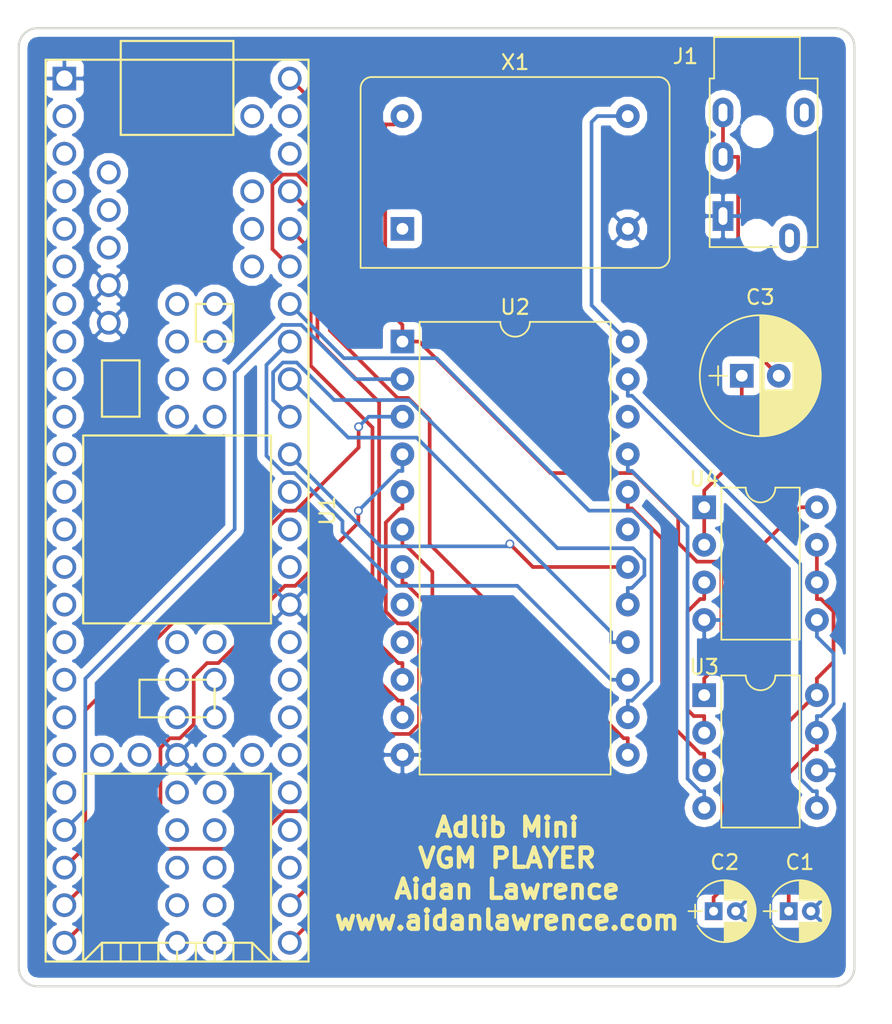
<source format=kicad_pcb>
(kicad_pcb (version 4) (host pcbnew 4.0.6)

  (general
    (links 43)
    (no_connects 0)
    (area 119.38 76.2 179.705001 145.415001)
    (thickness 1.6)
    (drawings 9)
    (tracks 218)
    (zones 0)
    (modules 9)
    (nets 99)
  )

  (page A4)
  (layers
    (0 F.Cu signal)
    (31 B.Cu signal)
    (32 B.Adhes user)
    (33 F.Adhes user)
    (34 B.Paste user)
    (35 F.Paste user)
    (36 B.SilkS user)
    (37 F.SilkS user)
    (38 B.Mask user)
    (39 F.Mask user)
    (40 Dwgs.User user)
    (41 Cmts.User user)
    (42 Eco1.User user)
    (43 Eco2.User user)
    (44 Edge.Cuts user)
    (45 Margin user)
    (46 B.CrtYd user)
    (47 F.CrtYd user)
    (48 B.Fab user)
    (49 F.Fab user)
  )

  (setup
    (last_trace_width 0.25)
    (trace_clearance 0.2)
    (zone_clearance 0.508)
    (zone_45_only no)
    (trace_min 0.2)
    (segment_width 0.2)
    (edge_width 0.15)
    (via_size 0.6)
    (via_drill 0.4)
    (via_min_size 0.4)
    (via_min_drill 0.3)
    (uvia_size 0.3)
    (uvia_drill 0.1)
    (uvias_allowed no)
    (uvia_min_size 0.2)
    (uvia_min_drill 0.1)
    (pcb_text_width 0.3)
    (pcb_text_size 1.5 1.5)
    (mod_edge_width 0.15)
    (mod_text_size 1 1)
    (mod_text_width 0.15)
    (pad_size 1.524 1.524)
    (pad_drill 0.762)
    (pad_to_mask_clearance 0.2)
    (aux_axis_origin 0 0)
    (visible_elements FFFFFF7F)
    (pcbplotparams
      (layerselection 0x010fc_80000001)
      (usegerberextensions false)
      (excludeedgelayer true)
      (linewidth 0.100000)
      (plotframeref false)
      (viasonmask false)
      (mode 1)
      (useauxorigin false)
      (hpglpennumber 1)
      (hpglpenspeed 20)
      (hpglpendiameter 15)
      (hpglpenoverlay 2)
      (psnegative false)
      (psa4output false)
      (plotreference true)
      (plotvalue true)
      (plotinvisibletext false)
      (padsonsilk false)
      (subtractmaskfromsilk false)
      (outputformat 1)
      (mirror false)
      (drillshape 0)
      (scaleselection 1)
      (outputdirectory OPL2_Adlib_Mini_PCB_Gerber/))
  )

  (net 0 "")
  (net 1 "Net-(C1-Pad1)")
  (net 2 GND)
  (net 3 "Net-(C2-Pad1)")
  (net 4 "Net-(C3-Pad1)")
  (net 5 "Net-(C3-Pad2)")
  (net 6 "Net-(J1-Pad5)")
  (net 7 "Net-(J1-Pad4)")
  (net 8 "Net-(U1-Pad17)")
  (net 9 "Net-(U1-Pad18)")
  (net 10 "Net-(U1-Pad19)")
  (net 11 "Net-(U1-Pad20)")
  (net 12 "Net-(U1-Pad16)")
  (net 13 "Net-(U1-Pad15)")
  (net 14 "Net-(U1-Pad14)")
  (net 15 YM_IRQ)
  (net 16 YM_IC)
  (net 17 YM_A0)
  (net 18 YM_WR)
  (net 19 "Net-(U1-Pad25)")
  (net 20 "Net-(U1-Pad26)")
  (net 21 "Net-(U1-Pad28)")
  (net 22 "Net-(U1-Pad29)")
  (net 23 YM_RD)
  (net 24 YM_CS)
  (net 25 "Net-(U1-Pad32)")
  (net 26 "Net-(U1-Pad33)")
  (net 27 "Net-(U1-Pad34)")
  (net 28 "Net-(U1-Pad35)")
  (net 29 "Net-(U1-Pad36)")
  (net 30 "Net-(U1-Pad37)")
  (net 31 "Net-(U1-Pad13)")
  (net 32 "Net-(U1-Pad12)")
  (net 33 "Net-(U1-Pad11)")
  (net 34 "Net-(U1-Pad10)")
  (net 35 "Net-(U1-Pad9)")
  (net 36 "Net-(U1-Pad8)")
  (net 37 "Net-(U1-Pad7)")
  (net 38 "Net-(U1-Pad6)")
  (net 39 "Net-(U1-Pad5)")
  (net 40 "Net-(U1-Pad4)")
  (net 41 "Net-(U1-Pad3)")
  (net 42 "Net-(U1-Pad2)")
  (net 43 "Net-(U1-Pad38)")
  (net 44 "Net-(U1-Pad40)")
  (net 45 "Net-(U1-Pad41)")
  (net 46 "Net-(U1-Pad42)")
  (net 47 D7)
  (net 48 D6)
  (net 49 D5)
  (net 50 D4)
  (net 51 D3)
  (net 52 D2)
  (net 53 D1)
  (net 54 D0)
  (net 55 "Net-(U1-Pad51)")
  (net 56 "Net-(U1-Pad52)")
  (net 57 +5V)
  (net 58 "Net-(U1-Pad54)")
  (net 59 "Net-(U1-Pad55)")
  (net 60 "Net-(U1-Pad56)")
  (net 61 "Net-(U1-Pad57)")
  (net 62 "Net-(U1-Pad63)")
  (net 63 "Net-(U1-Pad64)")
  (net 64 "Net-(U1-Pad65)")
  (net 65 "Net-(U1-Pad66)")
  (net 66 "Net-(U1-Pad67)")
  (net 67 "Net-(U1-Pad68)")
  (net 68 "Net-(U1-Pad69)")
  (net 69 "Net-(U1-Pad70)")
  (net 70 "Net-(U1-Pad71)")
  (net 71 "Net-(U1-Pad72)")
  (net 72 "Net-(U1-Pad73)")
  (net 73 "Net-(U1-Pad74)")
  (net 74 "Net-(U1-Pad75)")
  (net 75 "Net-(U1-Pad76)")
  (net 76 "Net-(U1-Pad77)")
  (net 77 "Net-(U1-Pad78)")
  (net 78 "Net-(U1-Pad79)")
  (net 79 "Net-(U1-Pad80)")
  (net 80 "Net-(U1-Pad81)")
  (net 81 "Net-(U1-Pad82)")
  (net 82 "Net-(U1-Pad83)")
  (net 83 "Net-(U1-Pad84)")
  (net 84 "Net-(U1-Pad85)")
  (net 85 "Net-(U1-Pad86)")
  (net 86 "Net-(U1-Pad58)")
  (net 87 "Net-(U1-Pad59)")
  (net 88 "Net-(U1-Pad60)")
  (net 89 "Net-(U2-Pad19)")
  (net 90 "Net-(U2-Pad8)")
  (net 91 "Net-(U2-Pad20)")
  (net 92 "Net-(U2-Pad9)")
  (net 93 "Net-(U2-Pad21)")
  (net 94 "Net-(U2-Pad22)")
  (net 95 "Net-(U2-Pad23)")
  (net 96 "Net-(U2-Pad24)")
  (net 97 BUF)
  (net 98 "Net-(X1-Pad1)")

  (net_class Default "This is the default net class."
    (clearance 0.2)
    (trace_width 0.25)
    (via_dia 0.6)
    (via_drill 0.4)
    (uvia_dia 0.3)
    (uvia_drill 0.1)
    (add_net +5V)
    (add_net BUF)
    (add_net D0)
    (add_net D1)
    (add_net D2)
    (add_net D3)
    (add_net D4)
    (add_net D5)
    (add_net D6)
    (add_net D7)
    (add_net GND)
    (add_net "Net-(C1-Pad1)")
    (add_net "Net-(C2-Pad1)")
    (add_net "Net-(C3-Pad1)")
    (add_net "Net-(C3-Pad2)")
    (add_net "Net-(J1-Pad4)")
    (add_net "Net-(J1-Pad5)")
    (add_net "Net-(U1-Pad10)")
    (add_net "Net-(U1-Pad11)")
    (add_net "Net-(U1-Pad12)")
    (add_net "Net-(U1-Pad13)")
    (add_net "Net-(U1-Pad14)")
    (add_net "Net-(U1-Pad15)")
    (add_net "Net-(U1-Pad16)")
    (add_net "Net-(U1-Pad17)")
    (add_net "Net-(U1-Pad18)")
    (add_net "Net-(U1-Pad19)")
    (add_net "Net-(U1-Pad2)")
    (add_net "Net-(U1-Pad20)")
    (add_net "Net-(U1-Pad25)")
    (add_net "Net-(U1-Pad26)")
    (add_net "Net-(U1-Pad28)")
    (add_net "Net-(U1-Pad29)")
    (add_net "Net-(U1-Pad3)")
    (add_net "Net-(U1-Pad32)")
    (add_net "Net-(U1-Pad33)")
    (add_net "Net-(U1-Pad34)")
    (add_net "Net-(U1-Pad35)")
    (add_net "Net-(U1-Pad36)")
    (add_net "Net-(U1-Pad37)")
    (add_net "Net-(U1-Pad38)")
    (add_net "Net-(U1-Pad4)")
    (add_net "Net-(U1-Pad40)")
    (add_net "Net-(U1-Pad41)")
    (add_net "Net-(U1-Pad42)")
    (add_net "Net-(U1-Pad5)")
    (add_net "Net-(U1-Pad51)")
    (add_net "Net-(U1-Pad52)")
    (add_net "Net-(U1-Pad54)")
    (add_net "Net-(U1-Pad55)")
    (add_net "Net-(U1-Pad56)")
    (add_net "Net-(U1-Pad57)")
    (add_net "Net-(U1-Pad58)")
    (add_net "Net-(U1-Pad59)")
    (add_net "Net-(U1-Pad6)")
    (add_net "Net-(U1-Pad60)")
    (add_net "Net-(U1-Pad63)")
    (add_net "Net-(U1-Pad64)")
    (add_net "Net-(U1-Pad65)")
    (add_net "Net-(U1-Pad66)")
    (add_net "Net-(U1-Pad67)")
    (add_net "Net-(U1-Pad68)")
    (add_net "Net-(U1-Pad69)")
    (add_net "Net-(U1-Pad7)")
    (add_net "Net-(U1-Pad70)")
    (add_net "Net-(U1-Pad71)")
    (add_net "Net-(U1-Pad72)")
    (add_net "Net-(U1-Pad73)")
    (add_net "Net-(U1-Pad74)")
    (add_net "Net-(U1-Pad75)")
    (add_net "Net-(U1-Pad76)")
    (add_net "Net-(U1-Pad77)")
    (add_net "Net-(U1-Pad78)")
    (add_net "Net-(U1-Pad79)")
    (add_net "Net-(U1-Pad8)")
    (add_net "Net-(U1-Pad80)")
    (add_net "Net-(U1-Pad81)")
    (add_net "Net-(U1-Pad82)")
    (add_net "Net-(U1-Pad83)")
    (add_net "Net-(U1-Pad84)")
    (add_net "Net-(U1-Pad85)")
    (add_net "Net-(U1-Pad86)")
    (add_net "Net-(U1-Pad9)")
    (add_net "Net-(U2-Pad19)")
    (add_net "Net-(U2-Pad20)")
    (add_net "Net-(U2-Pad21)")
    (add_net "Net-(U2-Pad22)")
    (add_net "Net-(U2-Pad23)")
    (add_net "Net-(U2-Pad24)")
    (add_net "Net-(U2-Pad8)")
    (add_net "Net-(U2-Pad9)")
    (add_net "Net-(X1-Pad1)")
    (add_net YM_A0)
    (add_net YM_CS)
    (add_net YM_IC)
    (add_net YM_IRQ)
    (add_net YM_RD)
    (add_net YM_WR)
  )

  (module Capacitors_THT:CP_Radial_D4.0mm_P1.50mm (layer F.Cu) (tedit 597BC7C2) (tstamp 5A64035F)
    (at 172.72 137.795)
    (descr "CP, Radial series, Radial, pin pitch=1.50mm, , diameter=4mm, Electrolytic Capacitor")
    (tags "CP Radial series Radial pin pitch 1.50mm  diameter 4mm Electrolytic Capacitor")
    (path /5A644CA0)
    (fp_text reference C1 (at 0.75 -3.31) (layer F.SilkS)
      (effects (font (size 1 1) (thickness 0.15)))
    )
    (fp_text value 10uF (at 0.75 3.31) (layer F.Fab)
      (effects (font (size 1 1) (thickness 0.15)))
    )
    (fp_arc (start 0.75 0) (end -1.095996 -0.98) (angle 124.1) (layer F.SilkS) (width 0.12))
    (fp_arc (start 0.75 0) (end -1.095996 0.98) (angle -124.1) (layer F.SilkS) (width 0.12))
    (fp_arc (start 0.75 0) (end 2.595996 -0.98) (angle 55.9) (layer F.SilkS) (width 0.12))
    (fp_circle (center 0.75 0) (end 2.75 0) (layer F.Fab) (width 0.1))
    (fp_line (start -1.7 0) (end -0.8 0) (layer F.Fab) (width 0.1))
    (fp_line (start -1.25 -0.45) (end -1.25 0.45) (layer F.Fab) (width 0.1))
    (fp_line (start 0.75 0.78) (end 0.75 2.05) (layer F.SilkS) (width 0.12))
    (fp_line (start 0.75 -2.05) (end 0.75 -0.78) (layer F.SilkS) (width 0.12))
    (fp_line (start 0.79 -2.05) (end 0.79 -0.78) (layer F.SilkS) (width 0.12))
    (fp_line (start 0.79 0.78) (end 0.79 2.05) (layer F.SilkS) (width 0.12))
    (fp_line (start 0.83 -2.049) (end 0.83 -0.78) (layer F.SilkS) (width 0.12))
    (fp_line (start 0.83 0.78) (end 0.83 2.049) (layer F.SilkS) (width 0.12))
    (fp_line (start 0.87 -2.047) (end 0.87 -0.78) (layer F.SilkS) (width 0.12))
    (fp_line (start 0.87 0.78) (end 0.87 2.047) (layer F.SilkS) (width 0.12))
    (fp_line (start 0.91 -2.044) (end 0.91 -0.78) (layer F.SilkS) (width 0.12))
    (fp_line (start 0.91 0.78) (end 0.91 2.044) (layer F.SilkS) (width 0.12))
    (fp_line (start 0.95 -2.041) (end 0.95 -0.78) (layer F.SilkS) (width 0.12))
    (fp_line (start 0.95 0.78) (end 0.95 2.041) (layer F.SilkS) (width 0.12))
    (fp_line (start 0.99 -2.037) (end 0.99 -0.78) (layer F.SilkS) (width 0.12))
    (fp_line (start 0.99 0.78) (end 0.99 2.037) (layer F.SilkS) (width 0.12))
    (fp_line (start 1.03 -2.032) (end 1.03 -0.78) (layer F.SilkS) (width 0.12))
    (fp_line (start 1.03 0.78) (end 1.03 2.032) (layer F.SilkS) (width 0.12))
    (fp_line (start 1.07 -2.026) (end 1.07 -0.78) (layer F.SilkS) (width 0.12))
    (fp_line (start 1.07 0.78) (end 1.07 2.026) (layer F.SilkS) (width 0.12))
    (fp_line (start 1.11 -2.019) (end 1.11 -0.78) (layer F.SilkS) (width 0.12))
    (fp_line (start 1.11 0.78) (end 1.11 2.019) (layer F.SilkS) (width 0.12))
    (fp_line (start 1.15 -2.012) (end 1.15 -0.78) (layer F.SilkS) (width 0.12))
    (fp_line (start 1.15 0.78) (end 1.15 2.012) (layer F.SilkS) (width 0.12))
    (fp_line (start 1.19 -2.004) (end 1.19 -0.78) (layer F.SilkS) (width 0.12))
    (fp_line (start 1.19 0.78) (end 1.19 2.004) (layer F.SilkS) (width 0.12))
    (fp_line (start 1.23 -1.995) (end 1.23 -0.78) (layer F.SilkS) (width 0.12))
    (fp_line (start 1.23 0.78) (end 1.23 1.995) (layer F.SilkS) (width 0.12))
    (fp_line (start 1.27 -1.985) (end 1.27 -0.78) (layer F.SilkS) (width 0.12))
    (fp_line (start 1.27 0.78) (end 1.27 1.985) (layer F.SilkS) (width 0.12))
    (fp_line (start 1.31 -1.974) (end 1.31 -0.78) (layer F.SilkS) (width 0.12))
    (fp_line (start 1.31 0.78) (end 1.31 1.974) (layer F.SilkS) (width 0.12))
    (fp_line (start 1.35 -1.963) (end 1.35 -0.78) (layer F.SilkS) (width 0.12))
    (fp_line (start 1.35 0.78) (end 1.35 1.963) (layer F.SilkS) (width 0.12))
    (fp_line (start 1.39 -1.95) (end 1.39 -0.78) (layer F.SilkS) (width 0.12))
    (fp_line (start 1.39 0.78) (end 1.39 1.95) (layer F.SilkS) (width 0.12))
    (fp_line (start 1.43 -1.937) (end 1.43 -0.78) (layer F.SilkS) (width 0.12))
    (fp_line (start 1.43 0.78) (end 1.43 1.937) (layer F.SilkS) (width 0.12))
    (fp_line (start 1.471 -1.923) (end 1.471 -0.78) (layer F.SilkS) (width 0.12))
    (fp_line (start 1.471 0.78) (end 1.471 1.923) (layer F.SilkS) (width 0.12))
    (fp_line (start 1.511 -1.907) (end 1.511 -0.78) (layer F.SilkS) (width 0.12))
    (fp_line (start 1.511 0.78) (end 1.511 1.907) (layer F.SilkS) (width 0.12))
    (fp_line (start 1.551 -1.891) (end 1.551 -0.78) (layer F.SilkS) (width 0.12))
    (fp_line (start 1.551 0.78) (end 1.551 1.891) (layer F.SilkS) (width 0.12))
    (fp_line (start 1.591 -1.874) (end 1.591 -0.78) (layer F.SilkS) (width 0.12))
    (fp_line (start 1.591 0.78) (end 1.591 1.874) (layer F.SilkS) (width 0.12))
    (fp_line (start 1.631 -1.856) (end 1.631 -0.78) (layer F.SilkS) (width 0.12))
    (fp_line (start 1.631 0.78) (end 1.631 1.856) (layer F.SilkS) (width 0.12))
    (fp_line (start 1.671 -1.837) (end 1.671 -0.78) (layer F.SilkS) (width 0.12))
    (fp_line (start 1.671 0.78) (end 1.671 1.837) (layer F.SilkS) (width 0.12))
    (fp_line (start 1.711 -1.817) (end 1.711 -0.78) (layer F.SilkS) (width 0.12))
    (fp_line (start 1.711 0.78) (end 1.711 1.817) (layer F.SilkS) (width 0.12))
    (fp_line (start 1.751 -1.796) (end 1.751 -0.78) (layer F.SilkS) (width 0.12))
    (fp_line (start 1.751 0.78) (end 1.751 1.796) (layer F.SilkS) (width 0.12))
    (fp_line (start 1.791 -1.773) (end 1.791 -0.78) (layer F.SilkS) (width 0.12))
    (fp_line (start 1.791 0.78) (end 1.791 1.773) (layer F.SilkS) (width 0.12))
    (fp_line (start 1.831 -1.75) (end 1.831 -0.78) (layer F.SilkS) (width 0.12))
    (fp_line (start 1.831 0.78) (end 1.831 1.75) (layer F.SilkS) (width 0.12))
    (fp_line (start 1.871 -1.725) (end 1.871 -0.78) (layer F.SilkS) (width 0.12))
    (fp_line (start 1.871 0.78) (end 1.871 1.725) (layer F.SilkS) (width 0.12))
    (fp_line (start 1.911 -1.699) (end 1.911 -0.78) (layer F.SilkS) (width 0.12))
    (fp_line (start 1.911 0.78) (end 1.911 1.699) (layer F.SilkS) (width 0.12))
    (fp_line (start 1.951 -1.672) (end 1.951 -0.78) (layer F.SilkS) (width 0.12))
    (fp_line (start 1.951 0.78) (end 1.951 1.672) (layer F.SilkS) (width 0.12))
    (fp_line (start 1.991 -1.643) (end 1.991 -0.78) (layer F.SilkS) (width 0.12))
    (fp_line (start 1.991 0.78) (end 1.991 1.643) (layer F.SilkS) (width 0.12))
    (fp_line (start 2.031 -1.613) (end 2.031 -0.78) (layer F.SilkS) (width 0.12))
    (fp_line (start 2.031 0.78) (end 2.031 1.613) (layer F.SilkS) (width 0.12))
    (fp_line (start 2.071 -1.581) (end 2.071 -0.78) (layer F.SilkS) (width 0.12))
    (fp_line (start 2.071 0.78) (end 2.071 1.581) (layer F.SilkS) (width 0.12))
    (fp_line (start 2.111 -1.547) (end 2.111 -0.78) (layer F.SilkS) (width 0.12))
    (fp_line (start 2.111 0.78) (end 2.111 1.547) (layer F.SilkS) (width 0.12))
    (fp_line (start 2.151 -1.512) (end 2.151 -0.78) (layer F.SilkS) (width 0.12))
    (fp_line (start 2.151 0.78) (end 2.151 1.512) (layer F.SilkS) (width 0.12))
    (fp_line (start 2.191 -1.475) (end 2.191 -0.78) (layer F.SilkS) (width 0.12))
    (fp_line (start 2.191 0.78) (end 2.191 1.475) (layer F.SilkS) (width 0.12))
    (fp_line (start 2.231 -1.436) (end 2.231 -0.78) (layer F.SilkS) (width 0.12))
    (fp_line (start 2.231 0.78) (end 2.231 1.436) (layer F.SilkS) (width 0.12))
    (fp_line (start 2.271 -1.395) (end 2.271 -0.78) (layer F.SilkS) (width 0.12))
    (fp_line (start 2.271 0.78) (end 2.271 1.395) (layer F.SilkS) (width 0.12))
    (fp_line (start 2.311 -1.351) (end 2.311 1.351) (layer F.SilkS) (width 0.12))
    (fp_line (start 2.351 -1.305) (end 2.351 1.305) (layer F.SilkS) (width 0.12))
    (fp_line (start 2.391 -1.256) (end 2.391 1.256) (layer F.SilkS) (width 0.12))
    (fp_line (start 2.431 -1.204) (end 2.431 1.204) (layer F.SilkS) (width 0.12))
    (fp_line (start 2.471 -1.148) (end 2.471 1.148) (layer F.SilkS) (width 0.12))
    (fp_line (start 2.511 -1.088) (end 2.511 1.088) (layer F.SilkS) (width 0.12))
    (fp_line (start 2.551 -1.023) (end 2.551 1.023) (layer F.SilkS) (width 0.12))
    (fp_line (start 2.591 -0.952) (end 2.591 0.952) (layer F.SilkS) (width 0.12))
    (fp_line (start 2.631 -0.874) (end 2.631 0.874) (layer F.SilkS) (width 0.12))
    (fp_line (start 2.671 -0.786) (end 2.671 0.786) (layer F.SilkS) (width 0.12))
    (fp_line (start 2.711 -0.686) (end 2.711 0.686) (layer F.SilkS) (width 0.12))
    (fp_line (start 2.751 -0.567) (end 2.751 0.567) (layer F.SilkS) (width 0.12))
    (fp_line (start 2.791 -0.415) (end 2.791 0.415) (layer F.SilkS) (width 0.12))
    (fp_line (start 2.831 -0.165) (end 2.831 0.165) (layer F.SilkS) (width 0.12))
    (fp_line (start -1.7 0) (end -0.8 0) (layer F.SilkS) (width 0.12))
    (fp_line (start -1.25 -0.45) (end -1.25 0.45) (layer F.SilkS) (width 0.12))
    (fp_line (start -1.6 -2.35) (end -1.6 2.35) (layer F.CrtYd) (width 0.05))
    (fp_line (start -1.6 2.35) (end 3.1 2.35) (layer F.CrtYd) (width 0.05))
    (fp_line (start 3.1 2.35) (end 3.1 -2.35) (layer F.CrtYd) (width 0.05))
    (fp_line (start 3.1 -2.35) (end -1.6 -2.35) (layer F.CrtYd) (width 0.05))
    (fp_text user %R (at 0.75 0) (layer F.Fab)
      (effects (font (size 1 1) (thickness 0.15)))
    )
    (pad 1 thru_hole rect (at 0 0) (size 1.2 1.2) (drill 0.6) (layers *.Cu *.Mask)
      (net 1 "Net-(C1-Pad1)"))
    (pad 2 thru_hole circle (at 1.5 0) (size 1.2 1.2) (drill 0.6) (layers *.Cu *.Mask)
      (net 2 GND))
    (model ${KISYS3DMOD}/Capacitors_THT.3dshapes/CP_Radial_D4.0mm_P1.50mm.wrl
      (at (xyz 0 0 0))
      (scale (xyz 1 1 1))
      (rotate (xyz 0 0 0))
    )
  )

  (module Capacitors_THT:CP_Radial_D4.0mm_P1.50mm (layer F.Cu) (tedit 597BC7C2) (tstamp 5A640365)
    (at 167.64 137.795)
    (descr "CP, Radial series, Radial, pin pitch=1.50mm, , diameter=4mm, Electrolytic Capacitor")
    (tags "CP Radial series Radial pin pitch 1.50mm  diameter 4mm Electrolytic Capacitor")
    (path /5A644CC5)
    (fp_text reference C2 (at 0.75 -3.31) (layer F.SilkS)
      (effects (font (size 1 1) (thickness 0.15)))
    )
    (fp_text value 10uF (at 0.75 3.31) (layer F.Fab)
      (effects (font (size 1 1) (thickness 0.15)))
    )
    (fp_arc (start 0.75 0) (end -1.095996 -0.98) (angle 124.1) (layer F.SilkS) (width 0.12))
    (fp_arc (start 0.75 0) (end -1.095996 0.98) (angle -124.1) (layer F.SilkS) (width 0.12))
    (fp_arc (start 0.75 0) (end 2.595996 -0.98) (angle 55.9) (layer F.SilkS) (width 0.12))
    (fp_circle (center 0.75 0) (end 2.75 0) (layer F.Fab) (width 0.1))
    (fp_line (start -1.7 0) (end -0.8 0) (layer F.Fab) (width 0.1))
    (fp_line (start -1.25 -0.45) (end -1.25 0.45) (layer F.Fab) (width 0.1))
    (fp_line (start 0.75 0.78) (end 0.75 2.05) (layer F.SilkS) (width 0.12))
    (fp_line (start 0.75 -2.05) (end 0.75 -0.78) (layer F.SilkS) (width 0.12))
    (fp_line (start 0.79 -2.05) (end 0.79 -0.78) (layer F.SilkS) (width 0.12))
    (fp_line (start 0.79 0.78) (end 0.79 2.05) (layer F.SilkS) (width 0.12))
    (fp_line (start 0.83 -2.049) (end 0.83 -0.78) (layer F.SilkS) (width 0.12))
    (fp_line (start 0.83 0.78) (end 0.83 2.049) (layer F.SilkS) (width 0.12))
    (fp_line (start 0.87 -2.047) (end 0.87 -0.78) (layer F.SilkS) (width 0.12))
    (fp_line (start 0.87 0.78) (end 0.87 2.047) (layer F.SilkS) (width 0.12))
    (fp_line (start 0.91 -2.044) (end 0.91 -0.78) (layer F.SilkS) (width 0.12))
    (fp_line (start 0.91 0.78) (end 0.91 2.044) (layer F.SilkS) (width 0.12))
    (fp_line (start 0.95 -2.041) (end 0.95 -0.78) (layer F.SilkS) (width 0.12))
    (fp_line (start 0.95 0.78) (end 0.95 2.041) (layer F.SilkS) (width 0.12))
    (fp_line (start 0.99 -2.037) (end 0.99 -0.78) (layer F.SilkS) (width 0.12))
    (fp_line (start 0.99 0.78) (end 0.99 2.037) (layer F.SilkS) (width 0.12))
    (fp_line (start 1.03 -2.032) (end 1.03 -0.78) (layer F.SilkS) (width 0.12))
    (fp_line (start 1.03 0.78) (end 1.03 2.032) (layer F.SilkS) (width 0.12))
    (fp_line (start 1.07 -2.026) (end 1.07 -0.78) (layer F.SilkS) (width 0.12))
    (fp_line (start 1.07 0.78) (end 1.07 2.026) (layer F.SilkS) (width 0.12))
    (fp_line (start 1.11 -2.019) (end 1.11 -0.78) (layer F.SilkS) (width 0.12))
    (fp_line (start 1.11 0.78) (end 1.11 2.019) (layer F.SilkS) (width 0.12))
    (fp_line (start 1.15 -2.012) (end 1.15 -0.78) (layer F.SilkS) (width 0.12))
    (fp_line (start 1.15 0.78) (end 1.15 2.012) (layer F.SilkS) (width 0.12))
    (fp_line (start 1.19 -2.004) (end 1.19 -0.78) (layer F.SilkS) (width 0.12))
    (fp_line (start 1.19 0.78) (end 1.19 2.004) (layer F.SilkS) (width 0.12))
    (fp_line (start 1.23 -1.995) (end 1.23 -0.78) (layer F.SilkS) (width 0.12))
    (fp_line (start 1.23 0.78) (end 1.23 1.995) (layer F.SilkS) (width 0.12))
    (fp_line (start 1.27 -1.985) (end 1.27 -0.78) (layer F.SilkS) (width 0.12))
    (fp_line (start 1.27 0.78) (end 1.27 1.985) (layer F.SilkS) (width 0.12))
    (fp_line (start 1.31 -1.974) (end 1.31 -0.78) (layer F.SilkS) (width 0.12))
    (fp_line (start 1.31 0.78) (end 1.31 1.974) (layer F.SilkS) (width 0.12))
    (fp_line (start 1.35 -1.963) (end 1.35 -0.78) (layer F.SilkS) (width 0.12))
    (fp_line (start 1.35 0.78) (end 1.35 1.963) (layer F.SilkS) (width 0.12))
    (fp_line (start 1.39 -1.95) (end 1.39 -0.78) (layer F.SilkS) (width 0.12))
    (fp_line (start 1.39 0.78) (end 1.39 1.95) (layer F.SilkS) (width 0.12))
    (fp_line (start 1.43 -1.937) (end 1.43 -0.78) (layer F.SilkS) (width 0.12))
    (fp_line (start 1.43 0.78) (end 1.43 1.937) (layer F.SilkS) (width 0.12))
    (fp_line (start 1.471 -1.923) (end 1.471 -0.78) (layer F.SilkS) (width 0.12))
    (fp_line (start 1.471 0.78) (end 1.471 1.923) (layer F.SilkS) (width 0.12))
    (fp_line (start 1.511 -1.907) (end 1.511 -0.78) (layer F.SilkS) (width 0.12))
    (fp_line (start 1.511 0.78) (end 1.511 1.907) (layer F.SilkS) (width 0.12))
    (fp_line (start 1.551 -1.891) (end 1.551 -0.78) (layer F.SilkS) (width 0.12))
    (fp_line (start 1.551 0.78) (end 1.551 1.891) (layer F.SilkS) (width 0.12))
    (fp_line (start 1.591 -1.874) (end 1.591 -0.78) (layer F.SilkS) (width 0.12))
    (fp_line (start 1.591 0.78) (end 1.591 1.874) (layer F.SilkS) (width 0.12))
    (fp_line (start 1.631 -1.856) (end 1.631 -0.78) (layer F.SilkS) (width 0.12))
    (fp_line (start 1.631 0.78) (end 1.631 1.856) (layer F.SilkS) (width 0.12))
    (fp_line (start 1.671 -1.837) (end 1.671 -0.78) (layer F.SilkS) (width 0.12))
    (fp_line (start 1.671 0.78) (end 1.671 1.837) (layer F.SilkS) (width 0.12))
    (fp_line (start 1.711 -1.817) (end 1.711 -0.78) (layer F.SilkS) (width 0.12))
    (fp_line (start 1.711 0.78) (end 1.711 1.817) (layer F.SilkS) (width 0.12))
    (fp_line (start 1.751 -1.796) (end 1.751 -0.78) (layer F.SilkS) (width 0.12))
    (fp_line (start 1.751 0.78) (end 1.751 1.796) (layer F.SilkS) (width 0.12))
    (fp_line (start 1.791 -1.773) (end 1.791 -0.78) (layer F.SilkS) (width 0.12))
    (fp_line (start 1.791 0.78) (end 1.791 1.773) (layer F.SilkS) (width 0.12))
    (fp_line (start 1.831 -1.75) (end 1.831 -0.78) (layer F.SilkS) (width 0.12))
    (fp_line (start 1.831 0.78) (end 1.831 1.75) (layer F.SilkS) (width 0.12))
    (fp_line (start 1.871 -1.725) (end 1.871 -0.78) (layer F.SilkS) (width 0.12))
    (fp_line (start 1.871 0.78) (end 1.871 1.725) (layer F.SilkS) (width 0.12))
    (fp_line (start 1.911 -1.699) (end 1.911 -0.78) (layer F.SilkS) (width 0.12))
    (fp_line (start 1.911 0.78) (end 1.911 1.699) (layer F.SilkS) (width 0.12))
    (fp_line (start 1.951 -1.672) (end 1.951 -0.78) (layer F.SilkS) (width 0.12))
    (fp_line (start 1.951 0.78) (end 1.951 1.672) (layer F.SilkS) (width 0.12))
    (fp_line (start 1.991 -1.643) (end 1.991 -0.78) (layer F.SilkS) (width 0.12))
    (fp_line (start 1.991 0.78) (end 1.991 1.643) (layer F.SilkS) (width 0.12))
    (fp_line (start 2.031 -1.613) (end 2.031 -0.78) (layer F.SilkS) (width 0.12))
    (fp_line (start 2.031 0.78) (end 2.031 1.613) (layer F.SilkS) (width 0.12))
    (fp_line (start 2.071 -1.581) (end 2.071 -0.78) (layer F.SilkS) (width 0.12))
    (fp_line (start 2.071 0.78) (end 2.071 1.581) (layer F.SilkS) (width 0.12))
    (fp_line (start 2.111 -1.547) (end 2.111 -0.78) (layer F.SilkS) (width 0.12))
    (fp_line (start 2.111 0.78) (end 2.111 1.547) (layer F.SilkS) (width 0.12))
    (fp_line (start 2.151 -1.512) (end 2.151 -0.78) (layer F.SilkS) (width 0.12))
    (fp_line (start 2.151 0.78) (end 2.151 1.512) (layer F.SilkS) (width 0.12))
    (fp_line (start 2.191 -1.475) (end 2.191 -0.78) (layer F.SilkS) (width 0.12))
    (fp_line (start 2.191 0.78) (end 2.191 1.475) (layer F.SilkS) (width 0.12))
    (fp_line (start 2.231 -1.436) (end 2.231 -0.78) (layer F.SilkS) (width 0.12))
    (fp_line (start 2.231 0.78) (end 2.231 1.436) (layer F.SilkS) (width 0.12))
    (fp_line (start 2.271 -1.395) (end 2.271 -0.78) (layer F.SilkS) (width 0.12))
    (fp_line (start 2.271 0.78) (end 2.271 1.395) (layer F.SilkS) (width 0.12))
    (fp_line (start 2.311 -1.351) (end 2.311 1.351) (layer F.SilkS) (width 0.12))
    (fp_line (start 2.351 -1.305) (end 2.351 1.305) (layer F.SilkS) (width 0.12))
    (fp_line (start 2.391 -1.256) (end 2.391 1.256) (layer F.SilkS) (width 0.12))
    (fp_line (start 2.431 -1.204) (end 2.431 1.204) (layer F.SilkS) (width 0.12))
    (fp_line (start 2.471 -1.148) (end 2.471 1.148) (layer F.SilkS) (width 0.12))
    (fp_line (start 2.511 -1.088) (end 2.511 1.088) (layer F.SilkS) (width 0.12))
    (fp_line (start 2.551 -1.023) (end 2.551 1.023) (layer F.SilkS) (width 0.12))
    (fp_line (start 2.591 -0.952) (end 2.591 0.952) (layer F.SilkS) (width 0.12))
    (fp_line (start 2.631 -0.874) (end 2.631 0.874) (layer F.SilkS) (width 0.12))
    (fp_line (start 2.671 -0.786) (end 2.671 0.786) (layer F.SilkS) (width 0.12))
    (fp_line (start 2.711 -0.686) (end 2.711 0.686) (layer F.SilkS) (width 0.12))
    (fp_line (start 2.751 -0.567) (end 2.751 0.567) (layer F.SilkS) (width 0.12))
    (fp_line (start 2.791 -0.415) (end 2.791 0.415) (layer F.SilkS) (width 0.12))
    (fp_line (start 2.831 -0.165) (end 2.831 0.165) (layer F.SilkS) (width 0.12))
    (fp_line (start -1.7 0) (end -0.8 0) (layer F.SilkS) (width 0.12))
    (fp_line (start -1.25 -0.45) (end -1.25 0.45) (layer F.SilkS) (width 0.12))
    (fp_line (start -1.6 -2.35) (end -1.6 2.35) (layer F.CrtYd) (width 0.05))
    (fp_line (start -1.6 2.35) (end 3.1 2.35) (layer F.CrtYd) (width 0.05))
    (fp_line (start 3.1 2.35) (end 3.1 -2.35) (layer F.CrtYd) (width 0.05))
    (fp_line (start 3.1 -2.35) (end -1.6 -2.35) (layer F.CrtYd) (width 0.05))
    (fp_text user %R (at 0.75 0) (layer F.Fab)
      (effects (font (size 1 1) (thickness 0.15)))
    )
    (pad 1 thru_hole rect (at 0 0) (size 1.2 1.2) (drill 0.6) (layers *.Cu *.Mask)
      (net 3 "Net-(C2-Pad1)"))
    (pad 2 thru_hole circle (at 1.5 0) (size 1.2 1.2) (drill 0.6) (layers *.Cu *.Mask)
      (net 2 GND))
    (model ${KISYS3DMOD}/Capacitors_THT.3dshapes/CP_Radial_D4.0mm_P1.50mm.wrl
      (at (xyz 0 0 0))
      (scale (xyz 1 1 1))
      (rotate (xyz 0 0 0))
    )
  )

  (module Capacitors_THT:CP_Radial_D8.0mm_P2.50mm (layer F.Cu) (tedit 597BC7C2) (tstamp 5A64036B)
    (at 169.545 101.6)
    (descr "CP, Radial series, Radial, pin pitch=2.50mm, , diameter=8mm, Electrolytic Capacitor")
    (tags "CP Radial series Radial pin pitch 2.50mm  diameter 8mm Electrolytic Capacitor")
    (path /5A645927)
    (fp_text reference C3 (at 1.25 -5.31) (layer F.SilkS)
      (effects (font (size 1 1) (thickness 0.15)))
    )
    (fp_text value 1000uF (at 1.25 5.31) (layer F.Fab)
      (effects (font (size 1 1) (thickness 0.15)))
    )
    (fp_circle (center 1.25 0) (end 5.25 0) (layer F.Fab) (width 0.1))
    (fp_circle (center 1.25 0) (end 5.34 0) (layer F.SilkS) (width 0.12))
    (fp_line (start -2.2 0) (end -1 0) (layer F.Fab) (width 0.1))
    (fp_line (start -1.6 -0.65) (end -1.6 0.65) (layer F.Fab) (width 0.1))
    (fp_line (start 1.25 -4.05) (end 1.25 4.05) (layer F.SilkS) (width 0.12))
    (fp_line (start 1.29 -4.05) (end 1.29 4.05) (layer F.SilkS) (width 0.12))
    (fp_line (start 1.33 -4.05) (end 1.33 4.05) (layer F.SilkS) (width 0.12))
    (fp_line (start 1.37 -4.049) (end 1.37 4.049) (layer F.SilkS) (width 0.12))
    (fp_line (start 1.41 -4.047) (end 1.41 4.047) (layer F.SilkS) (width 0.12))
    (fp_line (start 1.45 -4.046) (end 1.45 4.046) (layer F.SilkS) (width 0.12))
    (fp_line (start 1.49 -4.043) (end 1.49 4.043) (layer F.SilkS) (width 0.12))
    (fp_line (start 1.53 -4.041) (end 1.53 -0.98) (layer F.SilkS) (width 0.12))
    (fp_line (start 1.53 0.98) (end 1.53 4.041) (layer F.SilkS) (width 0.12))
    (fp_line (start 1.57 -4.038) (end 1.57 -0.98) (layer F.SilkS) (width 0.12))
    (fp_line (start 1.57 0.98) (end 1.57 4.038) (layer F.SilkS) (width 0.12))
    (fp_line (start 1.61 -4.035) (end 1.61 -0.98) (layer F.SilkS) (width 0.12))
    (fp_line (start 1.61 0.98) (end 1.61 4.035) (layer F.SilkS) (width 0.12))
    (fp_line (start 1.65 -4.031) (end 1.65 -0.98) (layer F.SilkS) (width 0.12))
    (fp_line (start 1.65 0.98) (end 1.65 4.031) (layer F.SilkS) (width 0.12))
    (fp_line (start 1.69 -4.027) (end 1.69 -0.98) (layer F.SilkS) (width 0.12))
    (fp_line (start 1.69 0.98) (end 1.69 4.027) (layer F.SilkS) (width 0.12))
    (fp_line (start 1.73 -4.022) (end 1.73 -0.98) (layer F.SilkS) (width 0.12))
    (fp_line (start 1.73 0.98) (end 1.73 4.022) (layer F.SilkS) (width 0.12))
    (fp_line (start 1.77 -4.017) (end 1.77 -0.98) (layer F.SilkS) (width 0.12))
    (fp_line (start 1.77 0.98) (end 1.77 4.017) (layer F.SilkS) (width 0.12))
    (fp_line (start 1.81 -4.012) (end 1.81 -0.98) (layer F.SilkS) (width 0.12))
    (fp_line (start 1.81 0.98) (end 1.81 4.012) (layer F.SilkS) (width 0.12))
    (fp_line (start 1.85 -4.006) (end 1.85 -0.98) (layer F.SilkS) (width 0.12))
    (fp_line (start 1.85 0.98) (end 1.85 4.006) (layer F.SilkS) (width 0.12))
    (fp_line (start 1.89 -4) (end 1.89 -0.98) (layer F.SilkS) (width 0.12))
    (fp_line (start 1.89 0.98) (end 1.89 4) (layer F.SilkS) (width 0.12))
    (fp_line (start 1.93 -3.994) (end 1.93 -0.98) (layer F.SilkS) (width 0.12))
    (fp_line (start 1.93 0.98) (end 1.93 3.994) (layer F.SilkS) (width 0.12))
    (fp_line (start 1.971 -3.987) (end 1.971 -0.98) (layer F.SilkS) (width 0.12))
    (fp_line (start 1.971 0.98) (end 1.971 3.987) (layer F.SilkS) (width 0.12))
    (fp_line (start 2.011 -3.979) (end 2.011 -0.98) (layer F.SilkS) (width 0.12))
    (fp_line (start 2.011 0.98) (end 2.011 3.979) (layer F.SilkS) (width 0.12))
    (fp_line (start 2.051 -3.971) (end 2.051 -0.98) (layer F.SilkS) (width 0.12))
    (fp_line (start 2.051 0.98) (end 2.051 3.971) (layer F.SilkS) (width 0.12))
    (fp_line (start 2.091 -3.963) (end 2.091 -0.98) (layer F.SilkS) (width 0.12))
    (fp_line (start 2.091 0.98) (end 2.091 3.963) (layer F.SilkS) (width 0.12))
    (fp_line (start 2.131 -3.955) (end 2.131 -0.98) (layer F.SilkS) (width 0.12))
    (fp_line (start 2.131 0.98) (end 2.131 3.955) (layer F.SilkS) (width 0.12))
    (fp_line (start 2.171 -3.946) (end 2.171 -0.98) (layer F.SilkS) (width 0.12))
    (fp_line (start 2.171 0.98) (end 2.171 3.946) (layer F.SilkS) (width 0.12))
    (fp_line (start 2.211 -3.936) (end 2.211 -0.98) (layer F.SilkS) (width 0.12))
    (fp_line (start 2.211 0.98) (end 2.211 3.936) (layer F.SilkS) (width 0.12))
    (fp_line (start 2.251 -3.926) (end 2.251 -0.98) (layer F.SilkS) (width 0.12))
    (fp_line (start 2.251 0.98) (end 2.251 3.926) (layer F.SilkS) (width 0.12))
    (fp_line (start 2.291 -3.916) (end 2.291 -0.98) (layer F.SilkS) (width 0.12))
    (fp_line (start 2.291 0.98) (end 2.291 3.916) (layer F.SilkS) (width 0.12))
    (fp_line (start 2.331 -3.905) (end 2.331 -0.98) (layer F.SilkS) (width 0.12))
    (fp_line (start 2.331 0.98) (end 2.331 3.905) (layer F.SilkS) (width 0.12))
    (fp_line (start 2.371 -3.894) (end 2.371 -0.98) (layer F.SilkS) (width 0.12))
    (fp_line (start 2.371 0.98) (end 2.371 3.894) (layer F.SilkS) (width 0.12))
    (fp_line (start 2.411 -3.883) (end 2.411 -0.98) (layer F.SilkS) (width 0.12))
    (fp_line (start 2.411 0.98) (end 2.411 3.883) (layer F.SilkS) (width 0.12))
    (fp_line (start 2.451 -3.87) (end 2.451 -0.98) (layer F.SilkS) (width 0.12))
    (fp_line (start 2.451 0.98) (end 2.451 3.87) (layer F.SilkS) (width 0.12))
    (fp_line (start 2.491 -3.858) (end 2.491 -0.98) (layer F.SilkS) (width 0.12))
    (fp_line (start 2.491 0.98) (end 2.491 3.858) (layer F.SilkS) (width 0.12))
    (fp_line (start 2.531 -3.845) (end 2.531 -0.98) (layer F.SilkS) (width 0.12))
    (fp_line (start 2.531 0.98) (end 2.531 3.845) (layer F.SilkS) (width 0.12))
    (fp_line (start 2.571 -3.832) (end 2.571 -0.98) (layer F.SilkS) (width 0.12))
    (fp_line (start 2.571 0.98) (end 2.571 3.832) (layer F.SilkS) (width 0.12))
    (fp_line (start 2.611 -3.818) (end 2.611 -0.98) (layer F.SilkS) (width 0.12))
    (fp_line (start 2.611 0.98) (end 2.611 3.818) (layer F.SilkS) (width 0.12))
    (fp_line (start 2.651 -3.803) (end 2.651 -0.98) (layer F.SilkS) (width 0.12))
    (fp_line (start 2.651 0.98) (end 2.651 3.803) (layer F.SilkS) (width 0.12))
    (fp_line (start 2.691 -3.789) (end 2.691 -0.98) (layer F.SilkS) (width 0.12))
    (fp_line (start 2.691 0.98) (end 2.691 3.789) (layer F.SilkS) (width 0.12))
    (fp_line (start 2.731 -3.773) (end 2.731 -0.98) (layer F.SilkS) (width 0.12))
    (fp_line (start 2.731 0.98) (end 2.731 3.773) (layer F.SilkS) (width 0.12))
    (fp_line (start 2.771 -3.758) (end 2.771 -0.98) (layer F.SilkS) (width 0.12))
    (fp_line (start 2.771 0.98) (end 2.771 3.758) (layer F.SilkS) (width 0.12))
    (fp_line (start 2.811 -3.741) (end 2.811 -0.98) (layer F.SilkS) (width 0.12))
    (fp_line (start 2.811 0.98) (end 2.811 3.741) (layer F.SilkS) (width 0.12))
    (fp_line (start 2.851 -3.725) (end 2.851 -0.98) (layer F.SilkS) (width 0.12))
    (fp_line (start 2.851 0.98) (end 2.851 3.725) (layer F.SilkS) (width 0.12))
    (fp_line (start 2.891 -3.707) (end 2.891 -0.98) (layer F.SilkS) (width 0.12))
    (fp_line (start 2.891 0.98) (end 2.891 3.707) (layer F.SilkS) (width 0.12))
    (fp_line (start 2.931 -3.69) (end 2.931 -0.98) (layer F.SilkS) (width 0.12))
    (fp_line (start 2.931 0.98) (end 2.931 3.69) (layer F.SilkS) (width 0.12))
    (fp_line (start 2.971 -3.671) (end 2.971 -0.98) (layer F.SilkS) (width 0.12))
    (fp_line (start 2.971 0.98) (end 2.971 3.671) (layer F.SilkS) (width 0.12))
    (fp_line (start 3.011 -3.652) (end 3.011 -0.98) (layer F.SilkS) (width 0.12))
    (fp_line (start 3.011 0.98) (end 3.011 3.652) (layer F.SilkS) (width 0.12))
    (fp_line (start 3.051 -3.633) (end 3.051 -0.98) (layer F.SilkS) (width 0.12))
    (fp_line (start 3.051 0.98) (end 3.051 3.633) (layer F.SilkS) (width 0.12))
    (fp_line (start 3.091 -3.613) (end 3.091 -0.98) (layer F.SilkS) (width 0.12))
    (fp_line (start 3.091 0.98) (end 3.091 3.613) (layer F.SilkS) (width 0.12))
    (fp_line (start 3.131 -3.593) (end 3.131 -0.98) (layer F.SilkS) (width 0.12))
    (fp_line (start 3.131 0.98) (end 3.131 3.593) (layer F.SilkS) (width 0.12))
    (fp_line (start 3.171 -3.572) (end 3.171 -0.98) (layer F.SilkS) (width 0.12))
    (fp_line (start 3.171 0.98) (end 3.171 3.572) (layer F.SilkS) (width 0.12))
    (fp_line (start 3.211 -3.55) (end 3.211 -0.98) (layer F.SilkS) (width 0.12))
    (fp_line (start 3.211 0.98) (end 3.211 3.55) (layer F.SilkS) (width 0.12))
    (fp_line (start 3.251 -3.528) (end 3.251 -0.98) (layer F.SilkS) (width 0.12))
    (fp_line (start 3.251 0.98) (end 3.251 3.528) (layer F.SilkS) (width 0.12))
    (fp_line (start 3.291 -3.505) (end 3.291 -0.98) (layer F.SilkS) (width 0.12))
    (fp_line (start 3.291 0.98) (end 3.291 3.505) (layer F.SilkS) (width 0.12))
    (fp_line (start 3.331 -3.482) (end 3.331 -0.98) (layer F.SilkS) (width 0.12))
    (fp_line (start 3.331 0.98) (end 3.331 3.482) (layer F.SilkS) (width 0.12))
    (fp_line (start 3.371 -3.458) (end 3.371 -0.98) (layer F.SilkS) (width 0.12))
    (fp_line (start 3.371 0.98) (end 3.371 3.458) (layer F.SilkS) (width 0.12))
    (fp_line (start 3.411 -3.434) (end 3.411 -0.98) (layer F.SilkS) (width 0.12))
    (fp_line (start 3.411 0.98) (end 3.411 3.434) (layer F.SilkS) (width 0.12))
    (fp_line (start 3.451 -3.408) (end 3.451 -0.98) (layer F.SilkS) (width 0.12))
    (fp_line (start 3.451 0.98) (end 3.451 3.408) (layer F.SilkS) (width 0.12))
    (fp_line (start 3.491 -3.383) (end 3.491 3.383) (layer F.SilkS) (width 0.12))
    (fp_line (start 3.531 -3.356) (end 3.531 3.356) (layer F.SilkS) (width 0.12))
    (fp_line (start 3.571 -3.329) (end 3.571 3.329) (layer F.SilkS) (width 0.12))
    (fp_line (start 3.611 -3.301) (end 3.611 3.301) (layer F.SilkS) (width 0.12))
    (fp_line (start 3.651 -3.272) (end 3.651 3.272) (layer F.SilkS) (width 0.12))
    (fp_line (start 3.691 -3.243) (end 3.691 3.243) (layer F.SilkS) (width 0.12))
    (fp_line (start 3.731 -3.213) (end 3.731 3.213) (layer F.SilkS) (width 0.12))
    (fp_line (start 3.771 -3.182) (end 3.771 3.182) (layer F.SilkS) (width 0.12))
    (fp_line (start 3.811 -3.15) (end 3.811 3.15) (layer F.SilkS) (width 0.12))
    (fp_line (start 3.851 -3.118) (end 3.851 3.118) (layer F.SilkS) (width 0.12))
    (fp_line (start 3.891 -3.084) (end 3.891 3.084) (layer F.SilkS) (width 0.12))
    (fp_line (start 3.931 -3.05) (end 3.931 3.05) (layer F.SilkS) (width 0.12))
    (fp_line (start 3.971 -3.015) (end 3.971 3.015) (layer F.SilkS) (width 0.12))
    (fp_line (start 4.011 -2.979) (end 4.011 2.979) (layer F.SilkS) (width 0.12))
    (fp_line (start 4.051 -2.942) (end 4.051 2.942) (layer F.SilkS) (width 0.12))
    (fp_line (start 4.091 -2.904) (end 4.091 2.904) (layer F.SilkS) (width 0.12))
    (fp_line (start 4.131 -2.865) (end 4.131 2.865) (layer F.SilkS) (width 0.12))
    (fp_line (start 4.171 -2.824) (end 4.171 2.824) (layer F.SilkS) (width 0.12))
    (fp_line (start 4.211 -2.783) (end 4.211 2.783) (layer F.SilkS) (width 0.12))
    (fp_line (start 4.251 -2.74) (end 4.251 2.74) (layer F.SilkS) (width 0.12))
    (fp_line (start 4.291 -2.697) (end 4.291 2.697) (layer F.SilkS) (width 0.12))
    (fp_line (start 4.331 -2.652) (end 4.331 2.652) (layer F.SilkS) (width 0.12))
    (fp_line (start 4.371 -2.605) (end 4.371 2.605) (layer F.SilkS) (width 0.12))
    (fp_line (start 4.411 -2.557) (end 4.411 2.557) (layer F.SilkS) (width 0.12))
    (fp_line (start 4.451 -2.508) (end 4.451 2.508) (layer F.SilkS) (width 0.12))
    (fp_line (start 4.491 -2.457) (end 4.491 2.457) (layer F.SilkS) (width 0.12))
    (fp_line (start 4.531 -2.404) (end 4.531 2.404) (layer F.SilkS) (width 0.12))
    (fp_line (start 4.571 -2.349) (end 4.571 2.349) (layer F.SilkS) (width 0.12))
    (fp_line (start 4.611 -2.293) (end 4.611 2.293) (layer F.SilkS) (width 0.12))
    (fp_line (start 4.651 -2.234) (end 4.651 2.234) (layer F.SilkS) (width 0.12))
    (fp_line (start 4.691 -2.173) (end 4.691 2.173) (layer F.SilkS) (width 0.12))
    (fp_line (start 4.731 -2.109) (end 4.731 2.109) (layer F.SilkS) (width 0.12))
    (fp_line (start 4.771 -2.043) (end 4.771 2.043) (layer F.SilkS) (width 0.12))
    (fp_line (start 4.811 -1.974) (end 4.811 1.974) (layer F.SilkS) (width 0.12))
    (fp_line (start 4.851 -1.902) (end 4.851 1.902) (layer F.SilkS) (width 0.12))
    (fp_line (start 4.891 -1.826) (end 4.891 1.826) (layer F.SilkS) (width 0.12))
    (fp_line (start 4.931 -1.745) (end 4.931 1.745) (layer F.SilkS) (width 0.12))
    (fp_line (start 4.971 -1.66) (end 4.971 1.66) (layer F.SilkS) (width 0.12))
    (fp_line (start 5.011 -1.57) (end 5.011 1.57) (layer F.SilkS) (width 0.12))
    (fp_line (start 5.051 -1.473) (end 5.051 1.473) (layer F.SilkS) (width 0.12))
    (fp_line (start 5.091 -1.369) (end 5.091 1.369) (layer F.SilkS) (width 0.12))
    (fp_line (start 5.131 -1.254) (end 5.131 1.254) (layer F.SilkS) (width 0.12))
    (fp_line (start 5.171 -1.127) (end 5.171 1.127) (layer F.SilkS) (width 0.12))
    (fp_line (start 5.211 -0.983) (end 5.211 0.983) (layer F.SilkS) (width 0.12))
    (fp_line (start 5.251 -0.814) (end 5.251 0.814) (layer F.SilkS) (width 0.12))
    (fp_line (start 5.291 -0.598) (end 5.291 0.598) (layer F.SilkS) (width 0.12))
    (fp_line (start 5.331 -0.246) (end 5.331 0.246) (layer F.SilkS) (width 0.12))
    (fp_line (start -2.2 0) (end -1 0) (layer F.SilkS) (width 0.12))
    (fp_line (start -1.6 -0.65) (end -1.6 0.65) (layer F.SilkS) (width 0.12))
    (fp_line (start -3.1 -4.35) (end -3.1 4.35) (layer F.CrtYd) (width 0.05))
    (fp_line (start -3.1 4.35) (end 5.6 4.35) (layer F.CrtYd) (width 0.05))
    (fp_line (start 5.6 4.35) (end 5.6 -4.35) (layer F.CrtYd) (width 0.05))
    (fp_line (start 5.6 -4.35) (end -3.1 -4.35) (layer F.CrtYd) (width 0.05))
    (fp_text user %R (at 1.25 0) (layer F.Fab)
      (effects (font (size 1 1) (thickness 0.15)))
    )
    (pad 1 thru_hole rect (at 0 0) (size 1.6 1.6) (drill 0.8) (layers *.Cu *.Mask)
      (net 4 "Net-(C3-Pad1)"))
    (pad 2 thru_hole circle (at 2.5 0) (size 1.6 1.6) (drill 0.8) (layers *.Cu *.Mask)
      (net 5 "Net-(C3-Pad2)"))
    (model ${KISYS3DMOD}/Capacitors_THT.3dshapes/CP_Radial_D8.0mm_P2.50mm.wrl
      (at (xyz 0 0 0))
      (scale (xyz 1 1 1))
      (rotate (xyz 0 0 0))
    )
  )

  (module Connectors:PJ320E_3.5mm_Jack (layer F.Cu) (tedit 5A640F71) (tstamp 5A640376)
    (at 168.275 90.805)
    (descr "Headphones with microphone connector, 3.5mm, 4 pins.")
    (tags "3.5mm jack mic microphone phones headphones 4pins audio plug")
    (path /5A645AA3)
    (fp_text reference J1 (at -2.54 -10.795) (layer F.SilkS)
      (effects (font (size 1 1) (thickness 0.15)))
    )
    (fp_text value JACK (at 2.54 3.175) (layer F.Fab)
      (effects (font (size 1 1) (thickness 0.15)))
    )
    (fp_text user %R (at -2.54 -10.795) (layer F.Fab)
      (effects (font (size 1 1) (thickness 0.15)))
    )
    (fp_line (start 3.7 2) (end -0.8 2) (layer F.Fab) (width 0.1))
    (fp_line (start -0.8 2) (end -0.8 -9.2) (layer F.Fab) (width 0.1))
    (fp_line (start -0.8 -9.2) (end -0.5 -9.2) (layer F.Fab) (width 0.1))
    (fp_line (start -0.5 -9.2) (end -0.5 -12) (layer F.Fab) (width 0.1))
    (fp_line (start -0.5 -12) (end 5.1 -12) (layer F.Fab) (width 0.1))
    (fp_line (start 5.1 -12) (end 5.1 -9.2) (layer F.Fab) (width 0.1))
    (fp_line (start 5.1 -9.2) (end 6.3 -9.2) (layer F.Fab) (width 0.1))
    (fp_line (start 6.3 -9.2) (end 6.3 2) (layer F.Fab) (width 0.1))
    (fp_line (start 6.3 2) (end 5.3 2) (layer F.Fab) (width 0.1))
    (fp_line (start -0.9 -9.3) (end -0.9 2.1) (layer F.SilkS) (width 0.12))
    (fp_line (start -0.9 2.1) (end 3.7 2.1) (layer F.SilkS) (width 0.12))
    (fp_line (start 6.4 2.1) (end 5.3 2.1) (layer F.SilkS) (width 0.12))
    (fp_line (start -1.3 3) (end 6.8 3) (layer F.CrtYd) (width 0.05))
    (fp_line (start -1.3 -12.5) (end -1.3 3) (layer F.CrtYd) (width 0.05))
    (fp_line (start 6.8 -12.5) (end 6.8 3) (layer F.CrtYd) (width 0.05))
    (fp_line (start 5.2 -9.3) (end 6.4 -9.3) (layer F.SilkS) (width 0.12))
    (fp_line (start -0.9 -9.3) (end -0.6 -9.3) (layer F.SilkS) (width 0.12))
    (fp_line (start 5.2 -12.1) (end -0.6 -12.1) (layer F.SilkS) (width 0.12))
    (fp_line (start 6.4 -9.3) (end 6.4 2.1) (layer F.SilkS) (width 0.12))
    (fp_line (start 5.2 -9.3) (end 5.2 -12.1) (layer F.SilkS) (width 0.12))
    (fp_line (start -0.6 -9.3) (end -0.6 -12.1) (layer F.SilkS) (width 0.12))
    (fp_line (start -1.3 -12.5) (end 6.8 -12.5) (layer F.CrtYd) (width 0.05))
    (pad 5 thru_hole oval (at 5.5 -7 270) (size 2 1.4) (drill oval 1.2 0.6) (layers *.Cu *.Mask)
      (net 6 "Net-(J1-Pad5)"))
    (pad 4 thru_hole oval (at 4.5 1.5 270) (size 2 1.4) (drill oval 1.2 0.6) (layers *.Cu *.Mask)
      (net 7 "Net-(J1-Pad4)"))
    (pad 1 thru_hole rect (at 0 0 270) (size 2 1.4) (drill oval 1.2 0.6) (layers *.Cu *.Mask)
      (net 2 GND))
    (pad 2 thru_hole oval (at 0 -4 270) (size 2 1.4) (drill oval 1.2 0.6) (layers *.Cu *.Mask)
      (net 5 "Net-(C3-Pad2)"))
    (pad 3 thru_hole oval (at 0 -7 270) (size 2 1.4) (drill oval 1.2 0.6) (layers *.Cu *.Mask)
      (net 5 "Net-(C3-Pad2)"))
    (pad "" np_thru_hole circle (at 2.3 -5.7 270) (size 1.2 1.2) (drill 1.2) (layers *.Cu *.Mask))
    (pad "" np_thru_hole circle (at 2.3 1.3 270) (size 1.2 1.2) (drill 1.2) (layers *.Cu *.Mask))
  )

  (module teensy:Teensy35_36 (layer F.Cu) (tedit 5A64084B) (tstamp 5A6403D0)
    (at 131.356 110.719 270)
    (path /5A63EF4C)
    (fp_text reference U1 (at 0 -10.16 270) (layer F.SilkS)
      (effects (font (size 1 1) (thickness 0.15)))
    )
    (fp_text value Teensy3.5 (at -5.3086 -10.2489 270) (layer F.Fab)
      (effects (font (size 1 1) (thickness 0.15)))
    )
    (fp_line (start -13.97 -3.81) (end -13.97 -1.27) (layer F.SilkS) (width 0.15))
    (fp_line (start -13.97 -1.27) (end -11.43 -1.27) (layer F.SilkS) (width 0.15))
    (fp_line (start -11.43 -1.27) (end -11.43 -3.81) (layer F.SilkS) (width 0.15))
    (fp_line (start -11.43 -3.81) (end -13.97 -3.81) (layer F.SilkS) (width 0.15))
    (fp_line (start -6.35 5.08) (end -10.16 5.08) (layer F.SilkS) (width 0.15))
    (fp_line (start -10.16 5.08) (end -10.16 2.54) (layer F.SilkS) (width 0.15))
    (fp_line (start -10.16 2.54) (end -6.35 2.54) (layer F.SilkS) (width 0.15))
    (fp_line (start -6.35 2.54) (end -6.35 5.08) (layer F.SilkS) (width 0.15))
    (fp_line (start 7.62 6.35) (end 7.62 -6.35) (layer F.SilkS) (width 0.15))
    (fp_line (start -5.08 -6.35) (end -5.08 6.35) (layer F.SilkS) (width 0.15))
    (fp_line (start -5.08 6.35) (end 7.62 6.35) (layer F.SilkS) (width 0.15))
    (fp_line (start -5.08 -6.35) (end 7.62 -6.35) (layer F.SilkS) (width 0.15))
    (fp_line (start 29.21 5.08) (end 30.48 5.08) (layer F.SilkS) (width 0.15))
    (fp_line (start 29.21 3.81) (end 30.48 3.81) (layer F.SilkS) (width 0.15))
    (fp_line (start 29.21 2.54) (end 30.48 2.54) (layer F.SilkS) (width 0.15))
    (fp_line (start 29.21 1.27) (end 30.48 1.27) (layer F.SilkS) (width 0.15))
    (fp_line (start 29.21 0) (end 30.48 0) (layer F.SilkS) (width 0.15))
    (fp_line (start 29.21 -1.27) (end 30.48 -1.27) (layer F.SilkS) (width 0.15))
    (fp_line (start 29.21 -2.54) (end 30.48 -2.54) (layer F.SilkS) (width 0.15))
    (fp_line (start 29.21 -3.81) (end 30.48 -3.81) (layer F.SilkS) (width 0.15))
    (fp_line (start 29.21 -5.08) (end 30.48 -5.08) (layer F.SilkS) (width 0.15))
    (fp_line (start 30.48 6.35) (end 29.21 5.08) (layer F.SilkS) (width 0.15))
    (fp_line (start 29.21 5.08) (end 29.21 -5.08) (layer F.SilkS) (width 0.15))
    (fp_line (start 29.21 -5.08) (end 30.48 -6.35) (layer F.SilkS) (width 0.15))
    (fp_line (start 30.48 -6.35) (end 17.78 -6.35) (layer F.SilkS) (width 0.15))
    (fp_line (start 17.78 -6.35) (end 17.78 6.35) (layer F.SilkS) (width 0.15))
    (fp_line (start 17.78 6.35) (end 30.48 6.35) (layer F.SilkS) (width 0.15))
    (fp_line (start 30.48 -8.89) (end -30.48 -8.89) (layer F.SilkS) (width 0.15))
    (fp_line (start -30.48 8.89) (end 30.48 8.89) (layer F.SilkS) (width 0.15))
    (fp_line (start -30.48 3.81) (end -31.75 3.81) (layer F.SilkS) (width 0.15))
    (fp_line (start -31.75 3.81) (end -31.75 -3.81) (layer F.SilkS) (width 0.15))
    (fp_line (start -31.75 -3.81) (end -30.48 -3.81) (layer F.SilkS) (width 0.15))
    (fp_line (start -25.4 3.81) (end -25.4 -3.81) (layer F.SilkS) (width 0.15))
    (fp_line (start -25.4 -3.81) (end -30.48 -3.81) (layer F.SilkS) (width 0.15))
    (fp_line (start -25.4 3.81) (end -30.48 3.81) (layer F.SilkS) (width 0.15))
    (fp_line (start 13.97 -2.54) (end 13.97 2.54) (layer F.SilkS) (width 0.15))
    (fp_line (start 13.97 2.54) (end 11.43 2.54) (layer F.SilkS) (width 0.15))
    (fp_line (start 11.43 2.54) (end 11.43 -2.54) (layer F.SilkS) (width 0.15))
    (fp_line (start 11.43 -2.54) (end 13.97 -2.54) (layer F.SilkS) (width 0.15))
    (fp_line (start 30.48 -8.89) (end 30.48 8.89) (layer F.SilkS) (width 0.15))
    (fp_line (start -30.48 8.89) (end -30.48 -8.89) (layer F.SilkS) (width 0.15))
    (pad 17 thru_hole circle (at 11.43 7.62 270) (size 1.6 1.6) (drill 1.1) (layers *.Cu *.Mask)
      (net 8 "Net-(U1-Pad17)"))
    (pad 18 thru_hole circle (at 13.97 7.62 270) (size 1.6 1.6) (drill 1.1) (layers *.Cu *.Mask)
      (net 9 "Net-(U1-Pad18)"))
    (pad 19 thru_hole circle (at 16.51 7.62 270) (size 1.6 1.6) (drill 1.1) (layers *.Cu *.Mask)
      (net 10 "Net-(U1-Pad19)"))
    (pad 20 thru_hole circle (at 19.05 7.62 270) (size 1.6 1.6) (drill 1.1) (layers *.Cu *.Mask)
      (net 11 "Net-(U1-Pad20)"))
    (pad 16 thru_hole circle (at 8.89 7.62 270) (size 1.6 1.6) (drill 1.1) (layers *.Cu *.Mask)
      (net 12 "Net-(U1-Pad16)"))
    (pad 15 thru_hole circle (at 6.35 7.62 270) (size 1.6 1.6) (drill 1.1) (layers *.Cu *.Mask)
      (net 13 "Net-(U1-Pad15)"))
    (pad 14 thru_hole circle (at 3.81 7.62 270) (size 1.6 1.6) (drill 1.1) (layers *.Cu *.Mask)
      (net 14 "Net-(U1-Pad14)"))
    (pad 21 thru_hole circle (at 21.59 7.62 270) (size 1.6 1.6) (drill 1.1) (layers *.Cu *.Mask)
      (net 15 YM_IRQ))
    (pad 22 thru_hole circle (at 24.13 7.62 270) (size 1.6 1.6) (drill 1.1) (layers *.Cu *.Mask)
      (net 16 YM_IC))
    (pad 23 thru_hole circle (at 26.67 7.62 270) (size 1.6 1.6) (drill 1.1) (layers *.Cu *.Mask)
      (net 17 YM_A0))
    (pad 24 thru_hole circle (at 29.21 7.62 270) (size 1.6 1.6) (drill 1.1) (layers *.Cu *.Mask)
      (net 18 YM_WR))
    (pad 25 thru_hole circle (at 16.51 5.08 270) (size 1.6 1.6) (drill 1.1) (layers *.Cu *.Mask)
      (net 19 "Net-(U1-Pad25)"))
    (pad 26 thru_hole circle (at 16.51 2.54 270) (size 1.6 1.6) (drill 1.1) (layers *.Cu *.Mask)
      (net 20 "Net-(U1-Pad26)"))
    (pad 27 thru_hole circle (at 16.51 0 270) (size 1.6 1.6) (drill 1.1) (layers *.Cu *.Mask)
      (net 2 GND))
    (pad 28 thru_hole circle (at 16.51 -2.54 270) (size 1.6 1.6) (drill 1.1) (layers *.Cu *.Mask)
      (net 21 "Net-(U1-Pad28)"))
    (pad 29 thru_hole circle (at 16.51 -5.08 270) (size 1.6 1.6) (drill 1.1) (layers *.Cu *.Mask)
      (net 22 "Net-(U1-Pad29)"))
    (pad 30 thru_hole circle (at 29.21 -7.62 270) (size 1.6 1.6) (drill 1.1) (layers *.Cu *.Mask)
      (net 23 YM_RD))
    (pad 31 thru_hole circle (at 26.67 -7.62 270) (size 1.6 1.6) (drill 1.1) (layers *.Cu *.Mask)
      (net 24 YM_CS))
    (pad 32 thru_hole circle (at 24.13 -7.62 270) (size 1.6 1.6) (drill 1.1) (layers *.Cu *.Mask)
      (net 25 "Net-(U1-Pad32)"))
    (pad 33 thru_hole circle (at 21.59 -7.62 270) (size 1.6 1.6) (drill 1.1) (layers *.Cu *.Mask)
      (net 26 "Net-(U1-Pad33)"))
    (pad 34 thru_hole circle (at 19.05 -7.62 270) (size 1.6 1.6) (drill 1.1) (layers *.Cu *.Mask)
      (net 27 "Net-(U1-Pad34)"))
    (pad 35 thru_hole circle (at 16.51 -7.62 270) (size 1.6 1.6) (drill 1.1) (layers *.Cu *.Mask)
      (net 28 "Net-(U1-Pad35)"))
    (pad 36 thru_hole circle (at 13.97 -7.62 270) (size 1.6 1.6) (drill 1.1) (layers *.Cu *.Mask)
      (net 29 "Net-(U1-Pad36)"))
    (pad 37 thru_hole circle (at 11.43 -7.62 270) (size 1.6 1.6) (drill 1.1) (layers *.Cu *.Mask)
      (net 30 "Net-(U1-Pad37)"))
    (pad 13 thru_hole circle (at 1.27 7.62 270) (size 1.6 1.6) (drill 1.1) (layers *.Cu *.Mask)
      (net 31 "Net-(U1-Pad13)"))
    (pad 12 thru_hole circle (at -1.27 7.62 270) (size 1.6 1.6) (drill 1.1) (layers *.Cu *.Mask)
      (net 32 "Net-(U1-Pad12)"))
    (pad 11 thru_hole circle (at -3.81 7.62 270) (size 1.6 1.6) (drill 1.1) (layers *.Cu *.Mask)
      (net 33 "Net-(U1-Pad11)"))
    (pad 10 thru_hole circle (at -6.35 7.62 270) (size 1.6 1.6) (drill 1.1) (layers *.Cu *.Mask)
      (net 34 "Net-(U1-Pad10)"))
    (pad 9 thru_hole circle (at -8.89 7.62 270) (size 1.6 1.6) (drill 1.1) (layers *.Cu *.Mask)
      (net 35 "Net-(U1-Pad9)"))
    (pad 8 thru_hole circle (at -11.43 7.62 270) (size 1.6 1.6) (drill 1.1) (layers *.Cu *.Mask)
      (net 36 "Net-(U1-Pad8)"))
    (pad 7 thru_hole circle (at -13.97 7.62 270) (size 1.6 1.6) (drill 1.1) (layers *.Cu *.Mask)
      (net 37 "Net-(U1-Pad7)"))
    (pad 6 thru_hole circle (at -16.51 7.62 270) (size 1.6 1.6) (drill 1.1) (layers *.Cu *.Mask)
      (net 38 "Net-(U1-Pad6)"))
    (pad 5 thru_hole circle (at -19.05 7.62 270) (size 1.6 1.6) (drill 1.1) (layers *.Cu *.Mask)
      (net 39 "Net-(U1-Pad5)"))
    (pad 4 thru_hole circle (at -21.59 7.62 270) (size 1.6 1.6) (drill 1.1) (layers *.Cu *.Mask)
      (net 40 "Net-(U1-Pad4)"))
    (pad 3 thru_hole circle (at -24.13 7.62 270) (size 1.6 1.6) (drill 1.1) (layers *.Cu *.Mask)
      (net 41 "Net-(U1-Pad3)"))
    (pad 2 thru_hole circle (at -26.67 7.62 270) (size 1.6 1.6) (drill 1.1) (layers *.Cu *.Mask)
      (net 42 "Net-(U1-Pad2)"))
    (pad 1 thru_hole rect (at -29.21 7.62 270) (size 1.6 1.6) (drill 1.1) (layers *.Cu *.Mask)
      (net 2 GND))
    (pad 38 thru_hole circle (at 8.89 -7.62 270) (size 1.6 1.6) (drill 1.1) (layers *.Cu *.Mask)
      (net 43 "Net-(U1-Pad38)"))
    (pad 39 thru_hole circle (at 6.35 -7.62 270) (size 1.6 1.6) (drill 1.1) (layers *.Cu *.Mask)
      (net 2 GND))
    (pad 40 thru_hole circle (at 3.81 -7.62 270) (size 1.6 1.6) (drill 1.1) (layers *.Cu *.Mask)
      (net 44 "Net-(U1-Pad40)"))
    (pad 41 thru_hole circle (at 1.27 -7.62 270) (size 1.6 1.6) (drill 1.1) (layers *.Cu *.Mask)
      (net 45 "Net-(U1-Pad41)"))
    (pad 42 thru_hole circle (at -1.27 -7.62 270) (size 1.6 1.6) (drill 1.1) (layers *.Cu *.Mask)
      (net 46 "Net-(U1-Pad42)"))
    (pad 43 thru_hole circle (at -3.81 -7.62 270) (size 1.6 1.6) (drill 1.1) (layers *.Cu *.Mask)
      (net 47 D7))
    (pad 44 thru_hole circle (at -6.35 -7.62 270) (size 1.6 1.6) (drill 1.1) (layers *.Cu *.Mask)
      (net 48 D6))
    (pad 45 thru_hole circle (at -8.89 -7.62 270) (size 1.6 1.6) (drill 1.1) (layers *.Cu *.Mask)
      (net 49 D5))
    (pad 46 thru_hole circle (at -11.43 -7.62 270) (size 1.6 1.6) (drill 1.1) (layers *.Cu *.Mask)
      (net 50 D4))
    (pad 47 thru_hole circle (at -13.97 -7.62 270) (size 1.6 1.6) (drill 1.1) (layers *.Cu *.Mask)
      (net 51 D3))
    (pad 48 thru_hole circle (at -16.51 -7.62 270) (size 1.6 1.6) (drill 1.1) (layers *.Cu *.Mask)
      (net 52 D2))
    (pad 49 thru_hole circle (at -19.05 -7.62 270) (size 1.6 1.6) (drill 1.1) (layers *.Cu *.Mask)
      (net 53 D1))
    (pad 50 thru_hole circle (at -21.59 -7.62 270) (size 1.6 1.6) (drill 1.1) (layers *.Cu *.Mask)
      (net 54 D0))
    (pad 51 thru_hole circle (at -24.13 -7.62 270) (size 1.6 1.6) (drill 1.1) (layers *.Cu *.Mask)
      (net 55 "Net-(U1-Pad51)"))
    (pad 52 thru_hole circle (at -26.67 -7.62 270) (size 1.6 1.6) (drill 1.1) (layers *.Cu *.Mask)
      (net 56 "Net-(U1-Pad52)"))
    (pad 53 thru_hole circle (at -29.21 -7.62 270) (size 1.6 1.6) (drill 1.1) (layers *.Cu *.Mask)
      (net 57 +5V))
    (pad 54 thru_hole circle (at -26.67 -5.08 270) (size 1.6 1.6) (drill 1.1) (layers *.Cu *.Mask)
      (net 58 "Net-(U1-Pad54)"))
    (pad 55 thru_hole circle (at -21.59 -5.08 270) (size 1.6 1.6) (drill 1.1) (layers *.Cu *.Mask)
      (net 59 "Net-(U1-Pad55)"))
    (pad 56 thru_hole circle (at -19.05 -5.08 270) (size 1.6 1.6) (drill 1.1) (layers *.Cu *.Mask)
      (net 60 "Net-(U1-Pad56)"))
    (pad 57 thru_hole circle (at -16.51 -5.08 270) (size 1.6 1.6) (drill 1.1) (layers *.Cu *.Mask)
      (net 61 "Net-(U1-Pad57)"))
    (pad 63 thru_hole circle (at -13.97 0 270) (size 1.6 1.6) (drill 1.1) (layers *.Cu *.Mask)
      (net 62 "Net-(U1-Pad63)"))
    (pad 64 thru_hole circle (at -11.43 0 270) (size 1.6 1.6) (drill 1.1) (layers *.Cu *.Mask)
      (net 63 "Net-(U1-Pad64)"))
    (pad 65 thru_hole circle (at -8.89 0 270) (size 1.6 1.6) (drill 1.1) (layers *.Cu *.Mask)
      (net 64 "Net-(U1-Pad65)"))
    (pad 66 thru_hole circle (at -6.35 0 270) (size 1.6 1.6) (drill 1.1) (layers *.Cu *.Mask)
      (net 65 "Net-(U1-Pad66)"))
    (pad 67 thru_hole circle (at 8.89 0 270) (size 1.6 1.6) (drill 1.1) (layers *.Cu *.Mask)
      (net 66 "Net-(U1-Pad67)"))
    (pad 68 thru_hole circle (at 11.43 0 270) (size 1.6 1.6) (drill 1.1) (layers *.Cu *.Mask)
      (net 67 "Net-(U1-Pad68)"))
    (pad 69 thru_hole circle (at 13.97 0 270) (size 1.6 1.6) (drill 1.1) (layers *.Cu *.Mask)
      (net 68 "Net-(U1-Pad69)"))
    (pad 70 thru_hole circle (at 19.05 0 270) (size 1.6 1.6) (drill 1.1) (layers *.Cu *.Mask)
      (net 69 "Net-(U1-Pad70)"))
    (pad 71 thru_hole circle (at 21.59 0 270) (size 1.6 1.6) (drill 1.1) (layers *.Cu *.Mask)
      (net 70 "Net-(U1-Pad71)"))
    (pad 72 thru_hole circle (at 24.13 0 270) (size 1.6 1.6) (drill 1.1) (layers *.Cu *.Mask)
      (net 71 "Net-(U1-Pad72)"))
    (pad 73 thru_hole circle (at 26.67 0 270) (size 1.6 1.6) (drill 1.1) (layers *.Cu *.Mask)
      (net 72 "Net-(U1-Pad73)"))
    (pad 74 thru_hole circle (at 29.21 0 270) (size 1.6 1.6) (drill 1.1) (layers *.Cu *.Mask)
      (net 73 "Net-(U1-Pad74)"))
    (pad 75 thru_hole circle (at 29.21 -2.54 270) (size 1.6 1.6) (drill 1.1) (layers *.Cu *.Mask)
      (net 74 "Net-(U1-Pad75)"))
    (pad 76 thru_hole circle (at 26.67 -2.54 270) (size 1.6 1.6) (drill 1.1) (layers *.Cu *.Mask)
      (net 75 "Net-(U1-Pad76)"))
    (pad 77 thru_hole circle (at 24.13 -2.54 270) (size 1.6 1.6) (drill 1.1) (layers *.Cu *.Mask)
      (net 76 "Net-(U1-Pad77)"))
    (pad 78 thru_hole circle (at 21.59 -2.54 270) (size 1.6 1.6) (drill 1.1) (layers *.Cu *.Mask)
      (net 77 "Net-(U1-Pad78)"))
    (pad 79 thru_hole circle (at 19.05 -2.54 270) (size 1.6 1.6) (drill 1.1) (layers *.Cu *.Mask)
      (net 78 "Net-(U1-Pad79)"))
    (pad 80 thru_hole circle (at 13.97 -2.54 270) (size 1.6 1.6) (drill 1.1) (layers *.Cu *.Mask)
      (net 79 "Net-(U1-Pad80)"))
    (pad 81 thru_hole circle (at 11.43 -2.54 270) (size 1.6 1.6) (drill 1.1) (layers *.Cu *.Mask)
      (net 80 "Net-(U1-Pad81)"))
    (pad 82 thru_hole circle (at 8.89 -2.54 270) (size 1.6 1.6) (drill 1.1) (layers *.Cu *.Mask)
      (net 81 "Net-(U1-Pad82)"))
    (pad 83 thru_hole circle (at -6.35 -2.54 270) (size 1.6 1.6) (drill 1.1) (layers *.Cu *.Mask)
      (net 82 "Net-(U1-Pad83)"))
    (pad 84 thru_hole circle (at -8.89 -2.54 270) (size 1.6 1.6) (drill 1.1) (layers *.Cu *.Mask)
      (net 83 "Net-(U1-Pad84)"))
    (pad 85 thru_hole circle (at -11.43 -2.54 270) (size 1.6 1.6) (drill 1.1) (layers *.Cu *.Mask)
      (net 84 "Net-(U1-Pad85)"))
    (pad 86 thru_hole circle (at -13.97 -2.54 270) (size 1.6 1.6) (drill 1.1) (layers *.Cu *.Mask)
      (net 85 "Net-(U1-Pad86)"))
    (pad 58 thru_hole circle (at -22.86 4.62 270) (size 1.6 1.6) (drill 1.1) (layers *.Cu *.Mask)
      (net 86 "Net-(U1-Pad58)"))
    (pad 59 thru_hole circle (at -20.32 4.62 270) (size 1.6 1.6) (drill 1.1) (layers *.Cu *.Mask)
      (net 87 "Net-(U1-Pad59)"))
    (pad 60 thru_hole circle (at -17.78 4.62 270) (size 1.6 1.6) (drill 1.1) (layers *.Cu *.Mask)
      (net 88 "Net-(U1-Pad60)"))
    (pad 61 thru_hole circle (at -15.24 4.62 270) (size 1.6 1.6) (drill 1.1) (layers *.Cu *.Mask)
      (net 2 GND))
    (pad 62 thru_hole circle (at -12.7 4.62 270) (size 1.6 1.6) (drill 1.1) (layers *.Cu *.Mask)
      (net 2 GND))
  )

  (module Housings_DIP:DIP-24_W15.24mm (layer F.Cu) (tedit 59C78D6C) (tstamp 5A6403EC)
    (at 146.596 99.2886)
    (descr "24-lead though-hole mounted DIP package, row spacing 15.24 mm (600 mils)")
    (tags "THT DIP DIL PDIP 2.54mm 15.24mm 600mil")
    (path /5A63F4CF)
    (fp_text reference U2 (at 7.62 -2.33) (layer F.SilkS)
      (effects (font (size 1 1) (thickness 0.15)))
    )
    (fp_text value YM3812 (at 7.62 30.27) (layer F.Fab)
      (effects (font (size 1 1) (thickness 0.15)))
    )
    (fp_arc (start 7.62 -1.33) (end 6.62 -1.33) (angle -180) (layer F.SilkS) (width 0.12))
    (fp_line (start 1.255 -1.27) (end 14.985 -1.27) (layer F.Fab) (width 0.1))
    (fp_line (start 14.985 -1.27) (end 14.985 29.21) (layer F.Fab) (width 0.1))
    (fp_line (start 14.985 29.21) (end 0.255 29.21) (layer F.Fab) (width 0.1))
    (fp_line (start 0.255 29.21) (end 0.255 -0.27) (layer F.Fab) (width 0.1))
    (fp_line (start 0.255 -0.27) (end 1.255 -1.27) (layer F.Fab) (width 0.1))
    (fp_line (start 6.62 -1.33) (end 1.16 -1.33) (layer F.SilkS) (width 0.12))
    (fp_line (start 1.16 -1.33) (end 1.16 29.27) (layer F.SilkS) (width 0.12))
    (fp_line (start 1.16 29.27) (end 14.08 29.27) (layer F.SilkS) (width 0.12))
    (fp_line (start 14.08 29.27) (end 14.08 -1.33) (layer F.SilkS) (width 0.12))
    (fp_line (start 14.08 -1.33) (end 8.62 -1.33) (layer F.SilkS) (width 0.12))
    (fp_line (start -1.05 -1.55) (end -1.05 29.5) (layer F.CrtYd) (width 0.05))
    (fp_line (start -1.05 29.5) (end 16.3 29.5) (layer F.CrtYd) (width 0.05))
    (fp_line (start 16.3 29.5) (end 16.3 -1.55) (layer F.CrtYd) (width 0.05))
    (fp_line (start 16.3 -1.55) (end -1.05 -1.55) (layer F.CrtYd) (width 0.05))
    (fp_text user %R (at 7.62 13.97) (layer F.Fab)
      (effects (font (size 1 1) (thickness 0.15)))
    )
    (pad 1 thru_hole rect (at 0 0) (size 1.6 1.6) (drill 0.8) (layers *.Cu *.Mask)
      (net 57 +5V))
    (pad 13 thru_hole oval (at 15.24 27.94) (size 1.6 1.6) (drill 0.8) (layers *.Cu *.Mask)
      (net 52 D2))
    (pad 2 thru_hole oval (at 0 2.54) (size 1.6 1.6) (drill 0.8) (layers *.Cu *.Mask)
      (net 15 YM_IRQ))
    (pad 14 thru_hole oval (at 15.24 25.4) (size 1.6 1.6) (drill 0.8) (layers *.Cu *.Mask)
      (net 51 D3))
    (pad 3 thru_hole oval (at 0 5.08) (size 1.6 1.6) (drill 0.8) (layers *.Cu *.Mask)
      (net 16 YM_IC))
    (pad 15 thru_hole oval (at 15.24 22.86) (size 1.6 1.6) (drill 0.8) (layers *.Cu *.Mask)
      (net 50 D4))
    (pad 4 thru_hole oval (at 0 7.62) (size 1.6 1.6) (drill 0.8) (layers *.Cu *.Mask)
      (net 17 YM_A0))
    (pad 16 thru_hole oval (at 15.24 20.32) (size 1.6 1.6) (drill 0.8) (layers *.Cu *.Mask)
      (net 49 D5))
    (pad 5 thru_hole oval (at 0 10.16) (size 1.6 1.6) (drill 0.8) (layers *.Cu *.Mask)
      (net 18 YM_WR))
    (pad 17 thru_hole oval (at 15.24 17.78) (size 1.6 1.6) (drill 0.8) (layers *.Cu *.Mask)
      (net 48 D6))
    (pad 6 thru_hole oval (at 0 12.7) (size 1.6 1.6) (drill 0.8) (layers *.Cu *.Mask)
      (net 23 YM_RD))
    (pad 18 thru_hole oval (at 15.24 15.24) (size 1.6 1.6) (drill 0.8) (layers *.Cu *.Mask)
      (net 47 D7))
    (pad 7 thru_hole oval (at 0 15.24) (size 1.6 1.6) (drill 0.8) (layers *.Cu *.Mask)
      (net 24 YM_CS))
    (pad 19 thru_hole oval (at 15.24 12.7) (size 1.6 1.6) (drill 0.8) (layers *.Cu *.Mask)
      (net 89 "Net-(U2-Pad19)"))
    (pad 8 thru_hole oval (at 0 17.78) (size 1.6 1.6) (drill 0.8) (layers *.Cu *.Mask)
      (net 90 "Net-(U2-Pad8)"))
    (pad 20 thru_hole oval (at 15.24 10.16) (size 1.6 1.6) (drill 0.8) (layers *.Cu *.Mask)
      (net 91 "Net-(U2-Pad20)"))
    (pad 9 thru_hole oval (at 0 20.32) (size 1.6 1.6) (drill 0.8) (layers *.Cu *.Mask)
      (net 92 "Net-(U2-Pad9)"))
    (pad 21 thru_hole oval (at 15.24 7.62) (size 1.6 1.6) (drill 0.8) (layers *.Cu *.Mask)
      (net 93 "Net-(U2-Pad21)"))
    (pad 10 thru_hole oval (at 0 22.86) (size 1.6 1.6) (drill 0.8) (layers *.Cu *.Mask)
      (net 54 D0))
    (pad 22 thru_hole oval (at 15.24 5.08) (size 1.6 1.6) (drill 0.8) (layers *.Cu *.Mask)
      (net 94 "Net-(U2-Pad22)"))
    (pad 11 thru_hole oval (at 0 25.4) (size 1.6 1.6) (drill 0.8) (layers *.Cu *.Mask)
      (net 53 D1))
    (pad 23 thru_hole oval (at 15.24 2.54) (size 1.6 1.6) (drill 0.8) (layers *.Cu *.Mask)
      (net 95 "Net-(U2-Pad23)"))
    (pad 12 thru_hole oval (at 0 27.94) (size 1.6 1.6) (drill 0.8) (layers *.Cu *.Mask)
      (net 2 GND))
    (pad 24 thru_hole oval (at 15.24 0) (size 1.6 1.6) (drill 0.8) (layers *.Cu *.Mask)
      (net 96 "Net-(U2-Pad24)"))
    (model ${KISYS3DMOD}/Housings_DIP.3dshapes/DIP-24_W15.24mm.wrl
      (at (xyz 0 0 0))
      (scale (xyz 1 1 1))
      (rotate (xyz 0 0 0))
    )
  )

  (module Housings_DIP:DIP-8_W7.62mm (layer F.Cu) (tedit 5A640687) (tstamp 5A6403F8)
    (at 167.005 123.19)
    (descr "8-lead though-hole mounted DIP package, row spacing 7.62 mm (300 mils)")
    (tags "THT DIP DIL PDIP 2.54mm 7.62mm 300mil")
    (path /5A63F6F7)
    (fp_text reference U3 (at 0 -1.905) (layer F.SilkS)
      (effects (font (size 1 1) (thickness 0.15)))
    )
    (fp_text value Y3014B (at 3.81 9.95) (layer F.Fab)
      (effects (font (size 1 1) (thickness 0.15)))
    )
    (fp_arc (start 3.81 -1.33) (end 2.81 -1.33) (angle -180) (layer F.SilkS) (width 0.12))
    (fp_line (start 1.635 -1.27) (end 6.985 -1.27) (layer F.Fab) (width 0.1))
    (fp_line (start 6.985 -1.27) (end 6.985 8.89) (layer F.Fab) (width 0.1))
    (fp_line (start 6.985 8.89) (end 0.635 8.89) (layer F.Fab) (width 0.1))
    (fp_line (start 0.635 8.89) (end 0.635 -0.27) (layer F.Fab) (width 0.1))
    (fp_line (start 0.635 -0.27) (end 1.635 -1.27) (layer F.Fab) (width 0.1))
    (fp_line (start 2.81 -1.33) (end 1.16 -1.33) (layer F.SilkS) (width 0.12))
    (fp_line (start 1.16 -1.33) (end 1.16 8.95) (layer F.SilkS) (width 0.12))
    (fp_line (start 1.16 8.95) (end 6.46 8.95) (layer F.SilkS) (width 0.12))
    (fp_line (start 6.46 8.95) (end 6.46 -1.33) (layer F.SilkS) (width 0.12))
    (fp_line (start 6.46 -1.33) (end 4.81 -1.33) (layer F.SilkS) (width 0.12))
    (fp_line (start -1.1 -1.55) (end -1.1 9.15) (layer F.CrtYd) (width 0.05))
    (fp_line (start -1.1 9.15) (end 8.7 9.15) (layer F.CrtYd) (width 0.05))
    (fp_line (start 8.7 9.15) (end 8.7 -1.55) (layer F.CrtYd) (width 0.05))
    (fp_line (start 8.7 -1.55) (end -1.1 -1.55) (layer F.CrtYd) (width 0.05))
    (fp_text user %R (at 3.81 3.81) (layer F.Fab)
      (effects (font (size 1 1) (thickness 0.15)))
    )
    (pad 1 thru_hole rect (at 0 0) (size 1.6 1.6) (drill 0.8) (layers *.Cu *.Mask)
      (net 57 +5V))
    (pad 5 thru_hole oval (at 7.62 7.62) (size 1.6 1.6) (drill 0.8) (layers *.Cu *.Mask)
      (net 95 "Net-(U2-Pad23)"))
    (pad 2 thru_hole oval (at 0 2.54) (size 1.6 1.6) (drill 0.8) (layers *.Cu *.Mask)
      (net 97 BUF))
    (pad 6 thru_hole oval (at 7.62 5.08) (size 1.6 1.6) (drill 0.8) (layers *.Cu *.Mask)
      (net 2 GND))
    (pad 3 thru_hole oval (at 0 5.08) (size 1.6 1.6) (drill 0.8) (layers *.Cu *.Mask)
      (net 91 "Net-(U2-Pad20)"))
    (pad 7 thru_hole oval (at 7.62 2.54) (size 1.6 1.6) (drill 0.8) (layers *.Cu *.Mask)
      (net 1 "Net-(C1-Pad1)"))
    (pad 4 thru_hole oval (at 0 7.62) (size 1.6 1.6) (drill 0.8) (layers *.Cu *.Mask)
      (net 93 "Net-(U2-Pad21)"))
    (pad 8 thru_hole oval (at 7.62 0) (size 1.6 1.6) (drill 0.8) (layers *.Cu *.Mask)
      (net 3 "Net-(C2-Pad1)"))
    (model ${KISYS3DMOD}/Housings_DIP.3dshapes/DIP-8_W7.62mm.wrl
      (at (xyz 0 0 0))
      (scale (xyz 1 1 1))
      (rotate (xyz 0 0 0))
    )
  )

  (module Housings_DIP:DIP-8_W7.62mm (layer F.Cu) (tedit 5A64068C) (tstamp 5A640404)
    (at 167.005 110.49)
    (descr "8-lead though-hole mounted DIP package, row spacing 7.62 mm (300 mils)")
    (tags "THT DIP DIL PDIP 2.54mm 7.62mm 300mil")
    (path /5A63FB01)
    (fp_text reference U4 (at 0 -1.905) (layer F.SilkS)
      (effects (font (size 1 1) (thickness 0.15)))
    )
    (fp_text value LM358N (at 3.81 9.95) (layer F.Fab)
      (effects (font (size 1 1) (thickness 0.15)))
    )
    (fp_arc (start 3.81 -1.33) (end 2.81 -1.33) (angle -180) (layer F.SilkS) (width 0.12))
    (fp_line (start 1.635 -1.27) (end 6.985 -1.27) (layer F.Fab) (width 0.1))
    (fp_line (start 6.985 -1.27) (end 6.985 8.89) (layer F.Fab) (width 0.1))
    (fp_line (start 6.985 8.89) (end 0.635 8.89) (layer F.Fab) (width 0.1))
    (fp_line (start 0.635 8.89) (end 0.635 -0.27) (layer F.Fab) (width 0.1))
    (fp_line (start 0.635 -0.27) (end 1.635 -1.27) (layer F.Fab) (width 0.1))
    (fp_line (start 2.81 -1.33) (end 1.16 -1.33) (layer F.SilkS) (width 0.12))
    (fp_line (start 1.16 -1.33) (end 1.16 8.95) (layer F.SilkS) (width 0.12))
    (fp_line (start 1.16 8.95) (end 6.46 8.95) (layer F.SilkS) (width 0.12))
    (fp_line (start 6.46 8.95) (end 6.46 -1.33) (layer F.SilkS) (width 0.12))
    (fp_line (start 6.46 -1.33) (end 4.81 -1.33) (layer F.SilkS) (width 0.12))
    (fp_line (start -1.1 -1.55) (end -1.1 9.15) (layer F.CrtYd) (width 0.05))
    (fp_line (start -1.1 9.15) (end 8.7 9.15) (layer F.CrtYd) (width 0.05))
    (fp_line (start 8.7 9.15) (end 8.7 -1.55) (layer F.CrtYd) (width 0.05))
    (fp_line (start 8.7 -1.55) (end -1.1 -1.55) (layer F.CrtYd) (width 0.05))
    (fp_text user %R (at 3.81 3.81) (layer F.Fab)
      (effects (font (size 1 1) (thickness 0.15)))
    )
    (pad 1 thru_hole rect (at 0 0) (size 1.6 1.6) (drill 0.8) (layers *.Cu *.Mask)
      (net 4 "Net-(C3-Pad1)"))
    (pad 5 thru_hole oval (at 7.62 7.62) (size 1.6 1.6) (drill 0.8) (layers *.Cu *.Mask)
      (net 1 "Net-(C1-Pad1)"))
    (pad 2 thru_hole oval (at 0 2.54) (size 1.6 1.6) (drill 0.8) (layers *.Cu *.Mask)
      (net 4 "Net-(C3-Pad1)"))
    (pad 6 thru_hole oval (at 7.62 5.08) (size 1.6 1.6) (drill 0.8) (layers *.Cu *.Mask)
      (net 3 "Net-(C2-Pad1)"))
    (pad 3 thru_hole oval (at 0 5.08) (size 1.6 1.6) (drill 0.8) (layers *.Cu *.Mask)
      (net 97 BUF))
    (pad 7 thru_hole oval (at 7.62 2.54) (size 1.6 1.6) (drill 0.8) (layers *.Cu *.Mask)
      (net 3 "Net-(C2-Pad1)"))
    (pad 4 thru_hole oval (at 0 7.62) (size 1.6 1.6) (drill 0.8) (layers *.Cu *.Mask)
      (net 2 GND))
    (pad 8 thru_hole oval (at 7.62 0) (size 1.6 1.6) (drill 0.8) (layers *.Cu *.Mask)
      (net 57 +5V))
    (model ${KISYS3DMOD}/Housings_DIP.3dshapes/DIP-8_W7.62mm.wrl
      (at (xyz 0 0 0))
      (scale (xyz 1 1 1))
      (rotate (xyz 0 0 0))
    )
  )

  (module Oscillators:Oscillator_DIP-14 (layer F.Cu) (tedit 58CD3344) (tstamp 5A64040C)
    (at 146.596 91.6686)
    (descr "Oscillator, DIP14, http://cdn-reichelt.de/documents/datenblatt/B400/OSZI.pdf")
    (tags oscillator)
    (path /5A63F7D9)
    (fp_text reference X1 (at 7.62 -11.26) (layer F.SilkS)
      (effects (font (size 1 1) (thickness 0.15)))
    )
    (fp_text value 3.579545MHz (at 7.62 3.74) (layer F.Fab)
      (effects (font (size 1 1) (thickness 0.15)))
    )
    (fp_text user %R (at 7.62 -3.81) (layer F.Fab)
      (effects (font (size 1 1) (thickness 0.15)))
    )
    (fp_line (start 18.22 2.79) (end 18.22 -10.41) (layer F.CrtYd) (width 0.05))
    (fp_line (start 18.22 -10.41) (end -2.98 -10.41) (layer F.CrtYd) (width 0.05))
    (fp_line (start -2.98 -10.41) (end -2.98 2.79) (layer F.CrtYd) (width 0.05))
    (fp_line (start -2.98 2.79) (end 18.22 2.79) (layer F.CrtYd) (width 0.05))
    (fp_line (start 16.97 1.19) (end 16.97 -8.81) (layer F.Fab) (width 0.1))
    (fp_line (start -1.38 -9.16) (end 16.62 -9.16) (layer F.Fab) (width 0.1))
    (fp_line (start -1.73 1.54) (end -1.73 -8.81) (layer F.Fab) (width 0.1))
    (fp_line (start -1.73 1.54) (end 16.62 1.54) (layer F.Fab) (width 0.1))
    (fp_line (start -2.83 -9.51) (end -2.83 2.64) (layer F.SilkS) (width 0.12))
    (fp_line (start 17.32 -10.26) (end -2.08 -10.26) (layer F.SilkS) (width 0.12))
    (fp_line (start 18.07 1.89) (end 18.07 -9.51) (layer F.SilkS) (width 0.12))
    (fp_line (start -2.83 2.64) (end 17.32 2.64) (layer F.SilkS) (width 0.12))
    (fp_line (start -2.73 2.54) (end 17.32 2.54) (layer F.Fab) (width 0.1))
    (fp_line (start 17.97 -9.51) (end 17.97 1.89) (layer F.Fab) (width 0.1))
    (fp_line (start -2.08 -10.16) (end 17.32 -10.16) (layer F.Fab) (width 0.1))
    (fp_line (start -2.73 2.54) (end -2.73 -9.51) (layer F.Fab) (width 0.1))
    (fp_arc (start 16.62 1.19) (end 16.97 1.19) (angle 90) (layer F.Fab) (width 0.1))
    (fp_arc (start 16.62 -8.81) (end 16.62 -9.16) (angle 90) (layer F.Fab) (width 0.1))
    (fp_arc (start -1.38 -8.81) (end -1.73 -8.81) (angle 90) (layer F.Fab) (width 0.1))
    (fp_arc (start 17.32 1.89) (end 18.07 1.89) (angle 90) (layer F.SilkS) (width 0.12))
    (fp_arc (start 17.32 -9.51) (end 17.32 -10.26) (angle 90) (layer F.SilkS) (width 0.12))
    (fp_arc (start -2.08 -9.51) (end -2.83 -9.51) (angle 90) (layer F.SilkS) (width 0.12))
    (fp_arc (start 17.32 1.89) (end 17.97 1.89) (angle 90) (layer F.Fab) (width 0.1))
    (fp_arc (start 17.32 -9.51) (end 17.32 -10.16) (angle 90) (layer F.Fab) (width 0.1))
    (fp_arc (start -2.08 -9.51) (end -2.73 -9.51) (angle 90) (layer F.Fab) (width 0.1))
    (pad 1 thru_hole rect (at 0 0) (size 1.6 1.6) (drill 0.8) (layers *.Cu *.Mask)
      (net 98 "Net-(X1-Pad1)"))
    (pad 14 thru_hole circle (at 0 -7.62) (size 1.6 1.6) (drill 0.8) (layers *.Cu *.Mask)
      (net 57 +5V))
    (pad 8 thru_hole circle (at 15.24 -7.62) (size 1.6 1.6) (drill 0.8) (layers *.Cu *.Mask)
      (net 96 "Net-(U2-Pad24)"))
    (pad 7 thru_hole circle (at 15.24 0) (size 1.6 1.6) (drill 0.8) (layers *.Cu *.Mask)
      (net 2 GND))
    (model ${KISYS3DMOD}/Oscillators.3dshapes/Oscillator_DIP-14.wrl
      (at (xyz 0 0 0))
      (scale (xyz 0.3937 0.3937 0.3937))
      (rotate (xyz 0 0 0))
    )
  )

  (gr_line (start 177.165 141.605) (end 177.165 79.375) (angle 90) (layer Edge.Cuts) (width 0.15))
  (gr_line (start 175.895 142.875) (end 121.92 142.875) (angle 90) (layer Edge.Cuts) (width 0.15))
  (gr_line (start 120.65 79.375) (end 120.65 141.605) (angle 90) (layer Edge.Cuts) (width 0.15))
  (gr_arc (start 175.895 141.605) (end 177.165 141.605) (angle 90) (layer Edge.Cuts) (width 0.15))
  (gr_arc (start 121.92 141.605) (end 121.92 142.875) (angle 90) (layer Edge.Cuts) (width 0.15))
  (gr_line (start 175.895 78.105) (end 121.92 78.105) (angle 90) (layer Edge.Cuts) (width 0.15))
  (gr_arc (start 175.895 79.375) (end 175.895 78.105) (angle 90) (layer Edge.Cuts) (width 0.15))
  (gr_arc (start 121.92 79.375) (end 120.65 79.375) (angle 90) (layer Edge.Cuts) (width 0.15))
  (gr_text "Adlib Mini\nVGM PLAYER\nAidan Lawrence\nwww.aidanlawrence.com" (at 153.67 135.255) (layer F.SilkS)
    (effects (font (size 1.3 1.3) (thickness 0.3)))
  )

  (segment (start 172.72 128.479) (end 172.72 137.795) (width 0.25) (layer F.Cu) (net 1))
  (segment (start 174.3437 126.8553) (end 172.72 128.479) (width 0.25) (layer F.Cu) (net 1))
  (segment (start 174.625 126.8553) (end 174.3437 126.8553) (width 0.25) (layer F.Cu) (net 1))
  (segment (start 174.625 125.73) (end 174.625 126.8553) (width 0.25) (layer F.Cu) (net 1))
  (segment (start 174.9064 124.6047) (end 174.625 124.6047) (width 0.25) (layer B.Cu) (net 1))
  (segment (start 175.7503 123.7608) (end 174.9064 124.6047) (width 0.25) (layer B.Cu) (net 1))
  (segment (start 175.7503 120.3606) (end 175.7503 123.7608) (width 0.25) (layer B.Cu) (net 1))
  (segment (start 174.625 119.2353) (end 175.7503 120.3606) (width 0.25) (layer B.Cu) (net 1))
  (segment (start 174.625 118.11) (end 174.625 119.2353) (width 0.25) (layer B.Cu) (net 1))
  (segment (start 174.625 125.73) (end 174.625 124.6047) (width 0.25) (layer B.Cu) (net 1))
  (segment (start 174.625 115.57) (end 174.625 113.03) (width 0.25) (layer F.Cu) (net 3))
  (segment (start 175.7503 120.9394) (end 174.625 122.0647) (width 0.25) (layer F.Cu) (net 3))
  (segment (start 175.7503 117.5392) (end 175.7503 120.9394) (width 0.25) (layer F.Cu) (net 3))
  (segment (start 174.9064 116.6953) (end 175.7503 117.5392) (width 0.25) (layer F.Cu) (net 3))
  (segment (start 174.625 116.6953) (end 174.9064 116.6953) (width 0.25) (layer F.Cu) (net 3))
  (segment (start 174.625 115.57) (end 174.625 116.6953) (width 0.25) (layer F.Cu) (net 3))
  (segment (start 174.625 122.6273) (end 174.625 123.086) (width 0.25) (layer F.Cu) (net 3))
  (segment (start 174.625 123.19) (end 174.625 123.086) (width 0.25) (layer F.Cu) (net 3))
  (segment (start 174.625 122.6273) (end 174.625 122.0647) (width 0.25) (layer F.Cu) (net 3))
  (segment (start 168.2146 136.2951) (end 167.64 136.8697) (width 0.25) (layer F.Cu) (net 3))
  (segment (start 168.2146 129.4964) (end 168.2146 136.2951) (width 0.25) (layer F.Cu) (net 3))
  (segment (start 174.625 123.086) (end 168.2146 129.4964) (width 0.25) (layer F.Cu) (net 3))
  (segment (start 167.64 137.795) (end 167.64 136.8697) (width 0.25) (layer F.Cu) (net 3))
  (segment (start 167.005 113.03) (end 167.005 110.49) (width 0.25) (layer F.Cu) (net 4))
  (segment (start 169.545 106.8247) (end 169.545 101.6) (width 0.25) (layer F.Cu) (net 4))
  (segment (start 167.005 109.3647) (end 169.545 106.8247) (width 0.25) (layer F.Cu) (net 4))
  (segment (start 167.005 110.49) (end 167.005 109.3647) (width 0.25) (layer F.Cu) (net 4))
  (segment (start 168.275 83.805) (end 168.275 86.805) (width 0.25) (layer F.Cu) (net 5))
  (segment (start 169.3003 98.8553) (end 172.045 101.6) (width 0.25) (layer F.Cu) (net 5))
  (segment (start 169.3003 86.805) (end 169.3003 98.8553) (width 0.25) (layer F.Cu) (net 5))
  (segment (start 168.275 86.805) (end 169.3003 86.805) (width 0.25) (layer F.Cu) (net 5))
  (segment (start 125.1506 130.8944) (end 123.736 132.309) (width 0.25) (layer B.Cu) (net 15))
  (segment (start 125.1507 130.8944) (end 125.1506 130.8944) (width 0.25) (layer B.Cu) (net 15))
  (segment (start 125.1507 122.0724) (end 125.1507 130.8944) (width 0.25) (layer B.Cu) (net 15))
  (segment (start 135.2526 111.9705) (end 125.1507 122.0724) (width 0.25) (layer B.Cu) (net 15))
  (segment (start 135.2526 101.3675) (end 135.2526 111.9705) (width 0.25) (layer B.Cu) (net 15))
  (segment (start 138.4567 98.1634) (end 135.2526 101.3675) (width 0.25) (layer B.Cu) (net 15))
  (segment (start 139.7535 98.1634) (end 138.4567 98.1634) (width 0.25) (layer B.Cu) (net 15))
  (segment (start 143.4187 101.8286) (end 139.7535 98.1634) (width 0.25) (layer B.Cu) (net 15))
  (segment (start 146.596 101.8286) (end 143.4187 101.8286) (width 0.25) (layer B.Cu) (net 15))
  (via (at 143.6337 105.0485) (size 0.6) (layers F.Cu B.Cu) (net 16))
  (segment (start 144.3136 104.3686) (end 143.6337 105.0485) (width 0.25) (layer B.Cu) (net 16))
  (segment (start 146.596 104.3686) (end 144.3136 104.3686) (width 0.25) (layer B.Cu) (net 16))
  (segment (start 125.1506 133.4344) (end 123.736 134.849) (width 0.25) (layer F.Cu) (net 16))
  (segment (start 125.1507 133.4344) (end 125.1506 133.4344) (width 0.25) (layer F.Cu) (net 16))
  (segment (start 125.1507 124.2154) (end 125.1507 133.4344) (width 0.25) (layer F.Cu) (net 16))
  (segment (start 138.6471 110.719) (end 125.1507 124.2154) (width 0.25) (layer F.Cu) (net 16))
  (segment (start 139.3701 110.719) (end 138.6471 110.719) (width 0.25) (layer F.Cu) (net 16))
  (segment (start 143.6337 106.4554) (end 139.3701 110.719) (width 0.25) (layer F.Cu) (net 16))
  (segment (start 143.6337 105.0485) (end 143.6337 106.4554) (width 0.25) (layer F.Cu) (net 16))
  (via (at 143.6175 110.7311) (size 0.6) (layers F.Cu B.Cu) (net 17))
  (segment (start 146.596 106.9086) (end 146.596 108.0339) (width 0.25) (layer B.Cu) (net 17))
  (segment (start 146.3147 108.0339) (end 143.6175 110.7311) (width 0.25) (layer B.Cu) (net 17))
  (segment (start 146.596 108.0339) (end 146.3147 108.0339) (width 0.25) (layer B.Cu) (net 17))
  (segment (start 143.6175 111.5313) (end 143.6175 110.7311) (width 0.25) (layer F.Cu) (net 17))
  (segment (start 139.3498 115.799) (end 143.6175 111.5313) (width 0.25) (layer F.Cu) (net 17))
  (segment (start 138.6485 115.799) (end 139.3498 115.799) (width 0.25) (layer F.Cu) (net 17))
  (segment (start 135.3943 119.0532) (end 138.6485 115.799) (width 0.25) (layer F.Cu) (net 17))
  (segment (start 135.3943 119.7675) (end 135.3943 119.0532) (width 0.25) (layer F.Cu) (net 17))
  (segment (start 134.1382 121.0236) (end 135.3943 119.7675) (width 0.25) (layer F.Cu) (net 17))
  (segment (start 133.382 121.0236) (end 134.1382 121.0236) (width 0.25) (layer F.Cu) (net 17))
  (segment (start 132.4814 121.9242) (end 133.382 121.0236) (width 0.25) (layer F.Cu) (net 17))
  (segment (start 132.4814 125.1684) (end 132.4814 121.9242) (width 0.25) (layer F.Cu) (net 17))
  (segment (start 131.5462 126.1036) (end 132.4814 125.1684) (width 0.25) (layer F.Cu) (net 17))
  (segment (start 130.8766 126.1036) (end 131.5462 126.1036) (width 0.25) (layer F.Cu) (net 17))
  (segment (start 130.2306 126.7496) (end 130.8766 126.1036) (width 0.25) (layer F.Cu) (net 17))
  (segment (start 130.2306 130.8944) (end 130.2306 126.7496) (width 0.25) (layer F.Cu) (net 17))
  (segment (start 123.736 137.389) (end 130.2306 130.8944) (width 0.25) (layer F.Cu) (net 17))
  (segment (start 130.086 133.579) (end 123.736 139.929) (width 0.25) (layer F.Cu) (net 18))
  (segment (start 136.0663 133.579) (end 130.086 133.579) (width 0.25) (layer F.Cu) (net 18))
  (segment (start 138.6063 131.039) (end 136.0663 133.579) (width 0.25) (layer F.Cu) (net 18))
  (segment (start 140.3952 131.039) (end 138.6063 131.039) (width 0.25) (layer F.Cu) (net 18))
  (segment (start 145.6198 125.8144) (end 140.3952 131.039) (width 0.25) (layer F.Cu) (net 18))
  (segment (start 147.0709 125.8144) (end 145.6198 125.8144) (width 0.25) (layer F.Cu) (net 18))
  (segment (start 147.7214 125.1639) (end 147.0709 125.8144) (width 0.25) (layer F.Cu) (net 18))
  (segment (start 147.7214 119.065) (end 147.7214 125.1639) (width 0.25) (layer F.Cu) (net 18))
  (segment (start 146.995 118.3386) (end 147.7214 119.065) (width 0.25) (layer F.Cu) (net 18))
  (segment (start 146.2684 118.3386) (end 146.995 118.3386) (width 0.25) (layer F.Cu) (net 18))
  (segment (start 145.4707 117.5409) (end 146.2684 118.3386) (width 0.25) (layer F.Cu) (net 18))
  (segment (start 145.4707 111.5211) (end 145.4707 117.5409) (width 0.25) (layer F.Cu) (net 18))
  (segment (start 146.4179 110.5739) (end 145.4707 111.5211) (width 0.25) (layer F.Cu) (net 18))
  (segment (start 146.596 110.5739) (end 146.4179 110.5739) (width 0.25) (layer F.Cu) (net 18))
  (segment (start 146.596 109.4486) (end 146.596 110.5739) (width 0.25) (layer F.Cu) (net 18))
  (segment (start 146.596 111.9886) (end 146.596 113.1139) (width 0.25) (layer F.Cu) (net 23))
  (segment (start 146.8773 113.1139) (end 146.596 113.1139) (width 0.25) (layer F.Cu) (net 23))
  (segment (start 148.622 114.8586) (end 146.8773 113.1139) (width 0.25) (layer F.Cu) (net 23))
  (segment (start 148.622 130.283) (end 148.622 114.8586) (width 0.25) (layer F.Cu) (net 23))
  (segment (start 138.976 139.929) (end 148.622 130.283) (width 0.25) (layer F.Cu) (net 23))
  (segment (start 146.596 114.5286) (end 146.596 115.6539) (width 0.25) (layer F.Cu) (net 24))
  (segment (start 146.8269 115.6539) (end 146.596 115.6539) (width 0.25) (layer F.Cu) (net 24))
  (segment (start 148.1717 116.9987) (end 146.8269 115.6539) (width 0.25) (layer F.Cu) (net 24))
  (segment (start 148.1717 128.1933) (end 148.1717 116.9987) (width 0.25) (layer F.Cu) (net 24))
  (segment (start 138.976 137.389) (end 148.1717 128.1933) (width 0.25) (layer F.Cu) (net 24))
  (via (at 153.8592 112.9688) (size 0.6) (layers F.Cu B.Cu) (net 47))
  (segment (start 155.419 114.5286) (end 153.8592 112.9688) (width 0.25) (layer F.Cu) (net 47))
  (segment (start 161.836 114.5286) (end 155.419 114.5286) (width 0.25) (layer F.Cu) (net 47))
  (segment (start 138.976 106.9915) (end 138.976 106.909) (width 0.25) (layer B.Cu) (net 47))
  (segment (start 145.1163 113.1318) (end 138.976 106.9915) (width 0.25) (layer B.Cu) (net 47))
  (segment (start 153.6962 113.1318) (end 145.1163 113.1318) (width 0.25) (layer B.Cu) (net 47))
  (segment (start 153.8592 112.9688) (end 153.6962 113.1318) (width 0.25) (layer B.Cu) (net 47))
  (segment (start 161.836 117.0686) (end 161.836 115.9433) (width 0.25) (layer B.Cu) (net 48))
  (segment (start 137.8507 103.2437) (end 138.976 104.369) (width 0.25) (layer B.Cu) (net 48))
  (segment (start 137.8507 101.3629) (end 137.8507 103.2437) (width 0.25) (layer B.Cu) (net 48))
  (segment (start 138.5099 100.7037) (end 137.8507 101.3629) (width 0.25) (layer B.Cu) (net 48))
  (segment (start 139.4422 100.7037) (end 138.5099 100.7037) (width 0.25) (layer B.Cu) (net 48))
  (segment (start 141.9817 103.2432) (end 139.4422 100.7037) (width 0.25) (layer B.Cu) (net 48))
  (segment (start 141.9817 103.2433) (end 141.9817 103.2432) (width 0.25) (layer B.Cu) (net 48))
  (segment (start 147.0622 103.2433) (end 141.9817 103.2433) (width 0.25) (layer B.Cu) (net 48))
  (segment (start 157.0774 113.2585) (end 147.0622 103.2433) (width 0.25) (layer B.Cu) (net 48))
  (segment (start 157.0774 113.2586) (end 157.0774 113.2585) (width 0.25) (layer B.Cu) (net 48))
  (segment (start 162.1898 113.2586) (end 157.0774 113.2586) (width 0.25) (layer B.Cu) (net 48))
  (segment (start 162.9613 114.0301) (end 162.1898 113.2586) (width 0.25) (layer B.Cu) (net 48))
  (segment (start 162.9613 115.0994) (end 162.9613 114.0301) (width 0.25) (layer B.Cu) (net 48))
  (segment (start 162.1174 115.9433) (end 162.9613 115.0994) (width 0.25) (layer B.Cu) (net 48))
  (segment (start 161.836 115.9433) (end 162.1174 115.9433) (width 0.25) (layer B.Cu) (net 48))
  (segment (start 161.836 119.6086) (end 160.7107 119.6086) (width 0.25) (layer B.Cu) (net 49))
  (segment (start 142.9286 105.7816) (end 138.976 101.829) (width 0.25) (layer B.Cu) (net 49))
  (segment (start 147.5564 105.7816) (end 142.9286 105.7816) (width 0.25) (layer B.Cu) (net 49))
  (segment (start 160.7107 118.9359) (end 147.5564 105.7816) (width 0.25) (layer B.Cu) (net 49))
  (segment (start 160.7107 119.6086) (end 160.7107 118.9359) (width 0.25) (layer B.Cu) (net 49))
  (segment (start 161.836 122.1486) (end 160.7107 122.1486) (width 0.25) (layer B.Cu) (net 50))
  (segment (start 154.3607 115.7986) (end 160.7107 122.1486) (width 0.25) (layer B.Cu) (net 50))
  (segment (start 146.1939 115.7986) (end 154.3607 115.7986) (width 0.25) (layer B.Cu) (net 50))
  (segment (start 142.5419 112.1466) (end 146.1939 115.7986) (width 0.25) (layer B.Cu) (net 50))
  (segment (start 142.5419 111.4233) (end 142.5419 112.1466) (width 0.25) (layer B.Cu) (net 50))
  (segment (start 139.2976 108.179) (end 142.5419 111.4233) (width 0.25) (layer B.Cu) (net 50))
  (segment (start 138.5741 108.179) (end 139.2976 108.179) (width 0.25) (layer B.Cu) (net 50))
  (segment (start 137.4004 107.0053) (end 138.5741 108.179) (width 0.25) (layer B.Cu) (net 50))
  (segment (start 137.4004 100.8646) (end 137.4004 107.0053) (width 0.25) (layer B.Cu) (net 50))
  (segment (start 138.976 99.289) (end 137.4004 100.8646) (width 0.25) (layer B.Cu) (net 50))
  (segment (start 142.641 100.414) (end 138.976 96.749) (width 0.25) (layer B.Cu) (net 51))
  (segment (start 148.9112 100.414) (end 142.641 100.414) (width 0.25) (layer B.Cu) (net 51))
  (segment (start 159.2158 110.7186) (end 148.9112 100.414) (width 0.25) (layer B.Cu) (net 51))
  (segment (start 162.1714 110.7186) (end 159.2158 110.7186) (width 0.25) (layer B.Cu) (net 51))
  (segment (start 163.4412 111.9884) (end 162.1714 110.7186) (width 0.25) (layer B.Cu) (net 51))
  (segment (start 163.4412 122.2394) (end 163.4412 111.9884) (width 0.25) (layer B.Cu) (net 51))
  (segment (start 162.1173 123.5633) (end 163.4412 122.2394) (width 0.25) (layer B.Cu) (net 51))
  (segment (start 161.836 123.5633) (end 162.1173 123.5633) (width 0.25) (layer B.Cu) (net 51))
  (segment (start 161.836 124.6886) (end 161.836 123.5633) (width 0.25) (layer B.Cu) (net 51))
  (segment (start 161.836 127.2286) (end 161.836 126.1033) (width 0.25) (layer F.Cu) (net 52))
  (segment (start 137.8027 93.0357) (end 138.976 94.209) (width 0.25) (layer F.Cu) (net 52))
  (segment (start 137.8027 88.6805) (end 137.8027 93.0357) (width 0.25) (layer F.Cu) (net 52))
  (segment (start 138.4796 88.0036) (end 137.8027 88.6805) (width 0.25) (layer F.Cu) (net 52))
  (segment (start 139.4743 88.0036) (end 138.4796 88.0036) (width 0.25) (layer F.Cu) (net 52))
  (segment (start 141.6816 90.2109) (end 139.4743 88.0036) (width 0.25) (layer F.Cu) (net 52))
  (segment (start 141.6816 98.523) (end 141.6816 90.2109) (width 0.25) (layer F.Cu) (net 52))
  (segment (start 146.2572 103.0986) (end 141.6816 98.523) (width 0.25) (layer F.Cu) (net 52))
  (segment (start 146.9788 103.0986) (end 146.2572 103.0986) (width 0.25) (layer F.Cu) (net 52))
  (segment (start 148.4374 104.5572) (end 146.9788 103.0986) (width 0.25) (layer F.Cu) (net 52))
  (segment (start 148.4374 112.986) (end 148.4374 104.5572) (width 0.25) (layer F.Cu) (net 52))
  (segment (start 161.5547 126.1033) (end 148.4374 112.986) (width 0.25) (layer F.Cu) (net 52))
  (segment (start 161.836 126.1033) (end 161.5547 126.1033) (width 0.25) (layer F.Cu) (net 52))
  (segment (start 140.3906 93.0836) (end 138.976 91.669) (width 0.25) (layer F.Cu) (net 53))
  (segment (start 140.3906 100.921) (end 140.3906 93.0836) (width 0.25) (layer F.Cu) (net 53))
  (segment (start 144.57 105.1004) (end 140.3906 100.921) (width 0.25) (layer F.Cu) (net 53))
  (segment (start 144.57 121.8186) (end 144.57 105.1004) (width 0.25) (layer F.Cu) (net 53))
  (segment (start 146.3147 123.5633) (end 144.57 121.8186) (width 0.25) (layer F.Cu) (net 53))
  (segment (start 146.596 123.5633) (end 146.3147 123.5633) (width 0.25) (layer F.Cu) (net 53))
  (segment (start 146.596 124.6886) (end 146.596 123.5633) (width 0.25) (layer F.Cu) (net 53))
  (segment (start 146.596 122.1486) (end 146.596 121.0233) (width 0.25) (layer F.Cu) (net 54))
  (segment (start 140.8474 91.0004) (end 138.976 89.129) (width 0.25) (layer F.Cu) (net 54))
  (segment (start 140.8474 99.2136) (end 140.8474 91.0004) (width 0.25) (layer F.Cu) (net 54))
  (segment (start 145.0204 103.3866) (end 140.8474 99.2136) (width 0.25) (layer F.Cu) (net 54))
  (segment (start 145.0204 119.7291) (end 145.0204 103.3866) (width 0.25) (layer F.Cu) (net 54))
  (segment (start 146.3146 121.0233) (end 145.0204 119.7291) (width 0.25) (layer F.Cu) (net 54))
  (segment (start 146.596 121.0233) (end 146.3146 121.0233) (width 0.25) (layer F.Cu) (net 54))
  (segment (start 146.0334 84.6112) (end 145.4298 84.6112) (width 0.25) (layer F.Cu) (net 57))
  (segment (start 146.596 84.0486) (end 146.0334 84.6112) (width 0.25) (layer F.Cu) (net 57))
  (segment (start 142.0782 84.6112) (end 138.976 81.509) (width 0.25) (layer F.Cu) (net 57))
  (segment (start 145.4298 84.6112) (end 142.0782 84.6112) (width 0.25) (layer F.Cu) (net 57))
  (segment (start 174.625 110.49) (end 173.4997 110.49) (width 0.25) (layer F.Cu) (net 57))
  (segment (start 146.596 99.2886) (end 147.7213 99.2886) (width 0.25) (layer F.Cu) (net 57))
  (segment (start 167.005 123.19) (end 167.005 122.0647) (width 0.25) (layer F.Cu) (net 57))
  (segment (start 168.1667 120.903) (end 167.005 122.0647) (width 0.25) (layer F.Cu) (net 57))
  (segment (start 168.1667 114.1674) (end 168.1667 120.903) (width 0.25) (layer F.Cu) (net 57))
  (segment (start 166.516 114.1674) (end 168.1667 114.1674) (width 0.25) (layer F.Cu) (net 57))
  (segment (start 165.2481 112.8995) (end 166.516 114.1674) (width 0.25) (layer F.Cu) (net 57))
  (segment (start 165.2481 111.2026) (end 165.2481 112.8995) (width 0.25) (layer F.Cu) (net 57))
  (segment (start 162.2241 108.1786) (end 165.2481 111.2026) (width 0.25) (layer F.Cu) (net 57))
  (segment (start 156.6113 108.1786) (end 162.2241 108.1786) (width 0.25) (layer F.Cu) (net 57))
  (segment (start 147.7213 99.2886) (end 156.6113 108.1786) (width 0.25) (layer F.Cu) (net 57))
  (segment (start 169.8223 114.1674) (end 173.4997 110.49) (width 0.25) (layer F.Cu) (net 57))
  (segment (start 168.1667 114.1674) (end 169.8223 114.1674) (width 0.25) (layer F.Cu) (net 57))
  (segment (start 145.4298 96.9971) (end 145.4298 84.6112) (width 0.25) (layer F.Cu) (net 57))
  (segment (start 146.596 98.1633) (end 145.4298 96.9971) (width 0.25) (layer F.Cu) (net 57))
  (segment (start 146.596 99.2886) (end 146.596 98.1633) (width 0.25) (layer F.Cu) (net 57))
  (segment (start 162.1173 110.5739) (end 161.836 110.5739) (width 0.25) (layer F.Cu) (net 91))
  (segment (start 164.1569 112.6135) (end 162.1173 110.5739) (width 0.25) (layer F.Cu) (net 91))
  (segment (start 164.1569 124.5779) (end 164.1569 112.6135) (width 0.25) (layer F.Cu) (net 91))
  (segment (start 166.7237 127.1447) (end 164.1569 124.5779) (width 0.25) (layer F.Cu) (net 91))
  (segment (start 167.005 127.1447) (end 166.7237 127.1447) (width 0.25) (layer F.Cu) (net 91))
  (segment (start 167.005 128.27) (end 167.005 127.1447) (width 0.25) (layer F.Cu) (net 91))
  (segment (start 161.836 109.4486) (end 161.836 110.5739) (width 0.25) (layer F.Cu) (net 91))
  (segment (start 162.1173 108.0339) (end 161.836 108.0339) (width 0.25) (layer B.Cu) (net 93))
  (segment (start 165.8797 111.7963) (end 162.1173 108.0339) (width 0.25) (layer B.Cu) (net 93))
  (segment (start 165.8797 128.8408) (end 165.8797 111.7963) (width 0.25) (layer B.Cu) (net 93))
  (segment (start 166.7236 129.6847) (end 165.8797 128.8408) (width 0.25) (layer B.Cu) (net 93))
  (segment (start 167.005 129.6847) (end 166.7236 129.6847) (width 0.25) (layer B.Cu) (net 93))
  (segment (start 167.005 130.81) (end 167.005 129.6847) (width 0.25) (layer B.Cu) (net 93))
  (segment (start 161.836 106.9086) (end 161.836 108.0339) (width 0.25) (layer B.Cu) (net 93))
  (segment (start 162.1173 102.9539) (end 161.836 102.9539) (width 0.25) (layer B.Cu) (net 95))
  (segment (start 173.4997 114.3363) (end 162.1173 102.9539) (width 0.25) (layer B.Cu) (net 95))
  (segment (start 173.4997 128.8408) (end 173.4997 114.3363) (width 0.25) (layer B.Cu) (net 95))
  (segment (start 174.3436 129.6847) (end 173.4997 128.8408) (width 0.25) (layer B.Cu) (net 95))
  (segment (start 174.625 129.6847) (end 174.3436 129.6847) (width 0.25) (layer B.Cu) (net 95))
  (segment (start 174.625 130.81) (end 174.625 129.6847) (width 0.25) (layer B.Cu) (net 95))
  (segment (start 161.836 101.8286) (end 161.836 102.9539) (width 0.25) (layer B.Cu) (net 95))
  (segment (start 159.385 96.8375) (end 161.836 99.2886) (width 0.25) (layer B.Cu) (net 96))
  (segment (start 159.385 84.455) (end 159.385 96.8375) (width 0.25) (layer B.Cu) (net 96))
  (segment (start 159.791 84.0486) (end 159.385 84.455) (width 0.25) (layer B.Cu) (net 96))
  (segment (start 161.836 84.0486) (end 159.791 84.0486) (width 0.25) (layer B.Cu) (net 96))
  (segment (start 166.3016 124.6047) (end 167.005 124.6047) (width 0.25) (layer F.Cu) (net 97))
  (segment (start 165.8797 124.1828) (end 166.3016 124.6047) (width 0.25) (layer F.Cu) (net 97))
  (segment (start 165.8797 117.5393) (end 165.8797 124.1828) (width 0.25) (layer F.Cu) (net 97))
  (segment (start 166.7237 116.6953) (end 165.8797 117.5393) (width 0.25) (layer F.Cu) (net 97))
  (segment (start 167.005 116.6953) (end 166.7237 116.6953) (width 0.25) (layer F.Cu) (net 97))
  (segment (start 167.005 115.57) (end 167.005 116.6953) (width 0.25) (layer F.Cu) (net 97))
  (segment (start 167.005 125.73) (end 167.005 124.6047) (width 0.25) (layer F.Cu) (net 97))

  (zone (net 2) (net_name GND) (layer B.Cu) (tstamp 5A640CDC) (hatch edge 0.508)
    (connect_pads (clearance 0.508))
    (min_thickness 0.2)
    (fill yes (arc_segments 16) (thermal_gap 0.508) (thermal_bridge_width 0.254))
    (polygon
      (pts
        (xy 179.705 145.415) (xy 120.015 145.415) (xy 119.38 76.2) (xy 179.705 76.2)
      )
    )
    (filled_polygon
      (pts
        (xy 176.114515 78.845045) (xy 176.300611 78.96939) (xy 176.424955 79.155485) (xy 176.482 79.442267) (xy 176.482 120.354064)
        (xy 176.427504 120.080093) (xy 176.352806 119.9683) (xy 176.26861 119.842291) (xy 175.578494 119.152175) (xy 175.64819 119.105606)
        (xy 175.953406 118.648818) (xy 176.060584 118.11) (xy 175.953406 117.571182) (xy 175.64819 117.114394) (xy 175.23753 116.84)
        (xy 175.64819 116.565606) (xy 175.953406 116.108818) (xy 176.060584 115.57) (xy 175.953406 115.031182) (xy 175.64819 114.574394)
        (xy 175.23753 114.3) (xy 175.64819 114.025606) (xy 175.953406 113.568818) (xy 176.060584 113.03) (xy 175.953406 112.491182)
        (xy 175.64819 112.034394) (xy 175.23753 111.76) (xy 175.64819 111.485606) (xy 175.953406 111.028818) (xy 176.060584 110.49)
        (xy 175.953406 109.951182) (xy 175.64819 109.494394) (xy 175.191402 109.189178) (xy 174.652584 109.082) (xy 174.597416 109.082)
        (xy 174.058598 109.189178) (xy 173.60181 109.494394) (xy 173.296594 109.951182) (xy 173.189416 110.49) (xy 173.296594 111.028818)
        (xy 173.60181 111.485606) (xy 174.01247 111.76) (xy 173.60181 112.034394) (xy 173.296594 112.491182) (xy 173.196152 112.996134)
        (xy 162.925293 102.725275) (xy 163.164406 102.367418) (xy 163.271584 101.8286) (xy 163.164406 101.289782) (xy 162.85919 100.832994)
        (xy 162.809811 100.8) (xy 168.125089 100.8) (xy 168.125089 102.4) (xy 168.167484 102.625311) (xy 168.300643 102.832246)
        (xy 168.50382 102.971071) (xy 168.745 103.019911) (xy 170.345 103.019911) (xy 170.570311 102.977516) (xy 170.777246 102.844357)
        (xy 170.916071 102.64118) (xy 170.946228 102.492261) (xy 171.246391 102.792948) (xy 171.763703 103.007755) (xy 172.32384 103.008244)
        (xy 172.841526 102.79434) (xy 173.237948 102.398609) (xy 173.452755 101.881297) (xy 173.453244 101.32116) (xy 173.23934 100.803474)
        (xy 172.843609 100.407052) (xy 172.326297 100.192245) (xy 171.76616 100.191756) (xy 171.248474 100.40566) (xy 170.947285 100.706324)
        (xy 170.922516 100.574689) (xy 170.789357 100.367754) (xy 170.58618 100.228929) (xy 170.345 100.180089) (xy 168.745 100.180089)
        (xy 168.519689 100.222484) (xy 168.312754 100.355643) (xy 168.173929 100.55882) (xy 168.125089 100.8) (xy 162.809811 100.8)
        (xy 162.44853 100.5586) (xy 162.85919 100.284206) (xy 163.164406 99.827418) (xy 163.271584 99.2886) (xy 163.164406 98.749782)
        (xy 162.85919 98.292994) (xy 162.402402 97.987778) (xy 161.863584 97.8806) (xy 161.808416 97.8806) (xy 161.521687 97.937634)
        (xy 160.118 96.53389) (xy 160.118 92.595122) (xy 160.947662 92.595122) (xy 161.014178 92.845677) (xy 161.527183 93.070574)
        (xy 162.087203 93.082034) (xy 162.608979 92.878312) (xy 162.657822 92.845677) (xy 162.724338 92.595122) (xy 161.836 91.706784)
        (xy 160.947662 92.595122) (xy 160.118 92.595122) (xy 160.118 91.919803) (xy 160.422566 91.919803) (xy 160.626288 92.441579)
        (xy 160.658923 92.490422) (xy 160.909478 92.556938) (xy 161.797816 91.6686) (xy 161.874184 91.6686) (xy 162.762522 92.556938)
        (xy 163.013077 92.490422) (xy 163.237974 91.977417) (xy 163.249434 91.417397) (xy 163.080219 90.984) (xy 166.967 90.984)
        (xy 166.967 91.925939) (xy 167.059563 92.149405) (xy 167.230596 92.320438) (xy 167.454062 92.413) (xy 168.096 92.413)
        (xy 168.248 92.261) (xy 168.248 90.832) (xy 168.302 90.832) (xy 168.302 92.261) (xy 168.454 92.413)
        (xy 169.095938 92.413) (xy 169.319404 92.320438) (xy 169.366853 92.272989) (xy 169.366791 92.344232) (xy 169.55031 92.788383)
        (xy 169.88983 93.128495) (xy 170.33366 93.31279) (xy 170.814232 93.313209) (xy 171.258383 93.12969) (xy 171.514287 92.874231)
        (xy 171.566566 93.137053) (xy 171.850104 93.561399) (xy 172.27445 93.844937) (xy 172.775 93.944503) (xy 173.27555 93.844937)
        (xy 173.699896 93.561399) (xy 173.983434 93.137053) (xy 174.083 92.636503) (xy 174.083 91.973497) (xy 173.983434 91.472947)
        (xy 173.699896 91.048601) (xy 173.27555 90.765063) (xy 172.775 90.665497) (xy 172.27445 90.765063) (xy 171.850104 91.048601)
        (xy 171.600138 91.422702) (xy 171.59969 91.421617) (xy 171.26017 91.081505) (xy 170.81634 90.89721) (xy 170.335768 90.896791)
        (xy 169.891617 91.08031) (xy 169.583 91.38839) (xy 169.583 90.984) (xy 169.431 90.832) (xy 168.302 90.832)
        (xy 168.248 90.832) (xy 167.119 90.832) (xy 166.967 90.984) (xy 163.080219 90.984) (xy 163.045712 90.895621)
        (xy 163.013077 90.846778) (xy 162.762522 90.780262) (xy 161.874184 91.6686) (xy 161.797816 91.6686) (xy 160.909478 90.780262)
        (xy 160.658923 90.846778) (xy 160.434026 91.359783) (xy 160.422566 91.919803) (xy 160.118 91.919803) (xy 160.118 90.742078)
        (xy 160.947662 90.742078) (xy 161.836 91.630416) (xy 162.724338 90.742078) (xy 162.657822 90.491523) (xy 162.144817 90.266626)
        (xy 161.584797 90.255166) (xy 161.063021 90.458888) (xy 161.014178 90.491523) (xy 160.947662 90.742078) (xy 160.118 90.742078)
        (xy 160.118 89.684061) (xy 166.967 89.684061) (xy 166.967 90.626) (xy 167.119 90.778) (xy 168.248 90.778)
        (xy 168.248 89.349) (xy 168.302 89.349) (xy 168.302 90.778) (xy 169.431 90.778) (xy 169.583 90.626)
        (xy 169.583 89.684061) (xy 169.490437 89.460595) (xy 169.319404 89.289562) (xy 169.095938 89.197) (xy 168.454 89.197)
        (xy 168.302 89.349) (xy 168.248 89.349) (xy 168.096 89.197) (xy 167.454062 89.197) (xy 167.230596 89.289562)
        (xy 167.059563 89.460595) (xy 166.967 89.684061) (xy 160.118 89.684061) (xy 160.118 84.7816) (xy 160.615412 84.7816)
        (xy 160.64166 84.845126) (xy 161.037391 85.241548) (xy 161.554703 85.456355) (xy 162.11484 85.456844) (xy 162.632526 85.24294)
        (xy 163.028948 84.847209) (xy 163.243755 84.329897) (xy 163.244244 83.76976) (xy 163.121831 83.473497) (xy 166.967 83.473497)
        (xy 166.967 84.136503) (xy 167.066566 84.637053) (xy 167.350104 85.061399) (xy 167.71468 85.305) (xy 167.350104 85.548601)
        (xy 167.066566 85.972947) (xy 166.967 86.473497) (xy 166.967 87.136503) (xy 167.066566 87.637053) (xy 167.350104 88.061399)
        (xy 167.77445 88.344937) (xy 168.275 88.444503) (xy 168.77555 88.344937) (xy 169.199896 88.061399) (xy 169.483434 87.637053)
        (xy 169.583 87.136503) (xy 169.583 86.473497) (xy 169.483434 85.972947) (xy 169.199896 85.548601) (xy 168.83532 85.305)
        (xy 169.199896 85.061399) (xy 169.424979 84.724537) (xy 169.36721 84.86366) (xy 169.366791 85.344232) (xy 169.55031 85.788383)
        (xy 169.88983 86.128495) (xy 170.33366 86.31279) (xy 170.814232 86.313209) (xy 171.258383 86.12969) (xy 171.598495 85.79017)
        (xy 171.78279 85.34634) (xy 171.783209 84.865768) (xy 171.59969 84.421617) (xy 171.26017 84.081505) (xy 170.81634 83.89721)
        (xy 170.335768 83.896791) (xy 169.891617 84.08031) (xy 169.551505 84.41983) (xy 169.503781 84.534761) (xy 169.583 84.136503)
        (xy 169.583 83.473497) (xy 172.467 83.473497) (xy 172.467 84.136503) (xy 172.566566 84.637053) (xy 172.850104 85.061399)
        (xy 173.27445 85.344937) (xy 173.775 85.444503) (xy 174.27555 85.344937) (xy 174.699896 85.061399) (xy 174.983434 84.637053)
        (xy 175.083 84.136503) (xy 175.083 83.473497) (xy 174.983434 82.972947) (xy 174.699896 82.548601) (xy 174.27555 82.265063)
        (xy 173.775 82.165497) (xy 173.27445 82.265063) (xy 172.850104 82.548601) (xy 172.566566 82.972947) (xy 172.467 83.473497)
        (xy 169.583 83.473497) (xy 169.483434 82.972947) (xy 169.199896 82.548601) (xy 168.77555 82.265063) (xy 168.275 82.165497)
        (xy 167.77445 82.265063) (xy 167.350104 82.548601) (xy 167.066566 82.972947) (xy 166.967 83.473497) (xy 163.121831 83.473497)
        (xy 163.03034 83.252074) (xy 162.634609 82.855652) (xy 162.117297 82.640845) (xy 161.55716 82.640356) (xy 161.039474 82.85426)
        (xy 160.643052 83.249991) (xy 160.615809 83.3156) (xy 159.791 83.3156) (xy 159.79082 83.315636) (xy 159.790639 83.3156)
        (xy 159.650356 83.343576) (xy 159.510493 83.371396) (xy 159.51034 83.371498) (xy 159.51016 83.371534) (xy 159.391375 83.450989)
        (xy 159.272691 83.530291) (xy 159.272589 83.530444) (xy 159.272436 83.530546) (xy 158.866436 83.936946) (xy 158.786996 84.055963)
        (xy 158.707796 84.174493) (xy 158.70776 84.174673) (xy 158.707658 84.174826) (xy 158.679838 84.31505) (xy 158.652 84.455)
        (xy 158.652 96.8375) (xy 158.678853 96.9725) (xy 158.70779 97.117993) (xy 158.707795 97.118) (xy 158.707796 97.118007)
        (xy 158.760697 97.197178) (xy 158.86668 97.355799) (xy 160.466615 98.955799) (xy 160.400416 99.2886) (xy 160.507594 99.827418)
        (xy 160.81281 100.284206) (xy 161.22347 100.5586) (xy 160.81281 100.832994) (xy 160.507594 101.289782) (xy 160.400416 101.8286)
        (xy 160.507594 102.367418) (xy 160.81281 102.824206) (xy 161.117729 103.027946) (xy 161.142539 103.152676) (xy 160.81281 103.372994)
        (xy 160.507594 103.829782) (xy 160.400416 104.3686) (xy 160.507594 104.907418) (xy 160.81281 105.364206) (xy 161.22347 105.6386)
        (xy 160.81281 105.912994) (xy 160.507594 106.369782) (xy 160.400416 106.9086) (xy 160.507594 107.447418) (xy 160.81281 107.904206)
        (xy 161.117729 108.107946) (xy 161.142539 108.232676) (xy 160.81281 108.452994) (xy 160.507594 108.909782) (xy 160.400416 109.4486)
        (xy 160.507232 109.9856) (xy 159.519418 109.9856) (xy 149.429509 99.895691) (xy 149.191707 99.736796) (xy 148.9112 99.681)
        (xy 148.015911 99.681) (xy 148.015911 98.4886) (xy 147.973516 98.263289) (xy 147.840357 98.056354) (xy 147.63718 97.917529)
        (xy 147.396 97.868689) (xy 145.796 97.868689) (xy 145.570689 97.911084) (xy 145.363754 98.044243) (xy 145.224929 98.24742)
        (xy 145.176089 98.4886) (xy 145.176089 99.681) (xy 142.944618 99.681) (xy 140.357396 97.093778) (xy 140.383755 97.030297)
        (xy 140.384244 96.47016) (xy 140.17034 95.952474) (xy 139.774609 95.556052) (xy 139.589231 95.479076) (xy 139.772526 95.40334)
        (xy 140.168948 95.007609) (xy 140.383755 94.490297) (xy 140.384244 93.93016) (xy 140.17034 93.412474) (xy 139.774609 93.016052)
        (xy 139.589231 92.939076) (xy 139.772526 92.86334) (xy 140.168948 92.467609) (xy 140.383755 91.950297) (xy 140.384244 91.39016)
        (xy 140.17034 90.872474) (xy 140.166473 90.8686) (xy 145.176089 90.8686) (xy 145.176089 92.4686) (xy 145.218484 92.693911)
        (xy 145.351643 92.900846) (xy 145.55482 93.039671) (xy 145.796 93.088511) (xy 147.396 93.088511) (xy 147.621311 93.046116)
        (xy 147.828246 92.912957) (xy 147.967071 92.70978) (xy 148.015911 92.4686) (xy 148.015911 90.8686) (xy 147.973516 90.643289)
        (xy 147.840357 90.436354) (xy 147.63718 90.297529) (xy 147.396 90.248689) (xy 145.796 90.248689) (xy 145.570689 90.291084)
        (xy 145.363754 90.424243) (xy 145.224929 90.62742) (xy 145.176089 90.8686) (xy 140.166473 90.8686) (xy 139.774609 90.476052)
        (xy 139.589231 90.399076) (xy 139.772526 90.32334) (xy 140.168948 89.927609) (xy 140.383755 89.410297) (xy 140.384244 88.85016)
        (xy 140.17034 88.332474) (xy 139.774609 87.936052) (xy 139.589231 87.859076) (xy 139.772526 87.78334) (xy 140.168948 87.387609)
        (xy 140.383755 86.870297) (xy 140.384244 86.31016) (xy 140.17034 85.792474) (xy 139.774609 85.396052) (xy 139.589231 85.319076)
        (xy 139.772526 85.24334) (xy 140.168948 84.847609) (xy 140.383755 84.330297) (xy 140.383757 84.32744) (xy 145.187756 84.32744)
        (xy 145.40166 84.845126) (xy 145.797391 85.241548) (xy 146.314703 85.456355) (xy 146.87484 85.456844) (xy 147.392526 85.24294)
        (xy 147.788948 84.847209) (xy 148.003755 84.329897) (xy 148.004244 83.76976) (xy 147.79034 83.252074) (xy 147.394609 82.855652)
        (xy 146.877297 82.640845) (xy 146.31716 82.640356) (xy 145.799474 82.85426) (xy 145.403052 83.249991) (xy 145.188245 83.767303)
        (xy 145.187756 84.32744) (xy 140.383757 84.32744) (xy 140.384244 83.77016) (xy 140.17034 83.252474) (xy 139.774609 82.856052)
        (xy 139.589231 82.779076) (xy 139.772526 82.70334) (xy 140.168948 82.307609) (xy 140.383755 81.790297) (xy 140.384244 81.23016)
        (xy 140.17034 80.712474) (xy 139.774609 80.316052) (xy 139.257297 80.101245) (xy 138.69716 80.100756) (xy 138.179474 80.31466)
        (xy 137.783052 80.710391) (xy 137.568245 81.227703) (xy 137.567756 81.78784) (xy 137.78166 82.305526) (xy 138.177391 82.701948)
        (xy 138.362769 82.778924) (xy 138.179474 82.85466) (xy 137.783052 83.250391) (xy 137.706076 83.435769) (xy 137.63034 83.252474)
        (xy 137.234609 82.856052) (xy 136.717297 82.641245) (xy 136.15716 82.640756) (xy 135.639474 82.85466) (xy 135.243052 83.250391)
        (xy 135.028245 83.767703) (xy 135.027756 84.32784) (xy 135.24166 84.845526) (xy 135.637391 85.241948) (xy 136.154703 85.456755)
        (xy 136.71484 85.457244) (xy 137.232526 85.24334) (xy 137.628948 84.847609) (xy 137.705924 84.662231) (xy 137.78166 84.845526)
        (xy 138.177391 85.241948) (xy 138.362769 85.318924) (xy 138.179474 85.39466) (xy 137.783052 85.790391) (xy 137.568245 86.307703)
        (xy 137.567756 86.86784) (xy 137.78166 87.385526) (xy 138.177391 87.781948) (xy 138.362769 87.858924) (xy 138.179474 87.93466)
        (xy 137.783052 88.330391) (xy 137.706076 88.515769) (xy 137.63034 88.332474) (xy 137.234609 87.936052) (xy 136.717297 87.721245)
        (xy 136.15716 87.720756) (xy 135.639474 87.93466) (xy 135.243052 88.330391) (xy 135.028245 88.847703) (xy 135.027756 89.40784)
        (xy 135.24166 89.925526) (xy 135.637391 90.321948) (xy 135.822769 90.398924) (xy 135.639474 90.47466) (xy 135.243052 90.870391)
        (xy 135.028245 91.387703) (xy 135.027756 91.94784) (xy 135.24166 92.465526) (xy 135.637391 92.861948) (xy 135.822769 92.938924)
        (xy 135.639474 93.01466) (xy 135.243052 93.410391) (xy 135.028245 93.927703) (xy 135.027756 94.48784) (xy 135.24166 95.005526)
        (xy 135.637391 95.401948) (xy 136.154703 95.616755) (xy 136.71484 95.617244) (xy 137.232526 95.40334) (xy 137.628948 95.007609)
        (xy 137.705924 94.822231) (xy 137.78166 95.005526) (xy 138.177391 95.401948) (xy 138.362769 95.478924) (xy 138.179474 95.55466)
        (xy 137.783052 95.950391) (xy 137.568245 96.467703) (xy 137.567756 97.02784) (xy 137.78166 97.545526) (xy 137.909696 97.673785)
        (xy 134.820909 100.762573) (xy 134.694609 100.636052) (xy 134.509231 100.559076) (xy 134.692526 100.48334) (xy 135.088948 100.087609)
        (xy 135.303755 99.570297) (xy 135.304244 99.01016) (xy 135.09034 98.492474) (xy 134.694609 98.096052) (xy 134.509231 98.019076)
        (xy 134.692526 97.94334) (xy 135.088948 97.547609) (xy 135.303755 97.030297) (xy 135.304244 96.47016) (xy 135.09034 95.952474)
        (xy 134.694609 95.556052) (xy 134.177297 95.341245) (xy 133.61716 95.340756) (xy 133.099474 95.55466) (xy 132.703052 95.950391)
        (xy 132.626076 96.135769) (xy 132.55034 95.952474) (xy 132.154609 95.556052) (xy 131.637297 95.341245) (xy 131.07716 95.340756)
        (xy 130.559474 95.55466) (xy 130.163052 95.950391) (xy 129.948245 96.467703) (xy 129.947756 97.02784) (xy 130.16166 97.545526)
        (xy 130.557391 97.941948) (xy 130.742769 98.018924) (xy 130.559474 98.09466) (xy 130.163052 98.490391) (xy 129.948245 99.007703)
        (xy 129.947756 99.56784) (xy 130.16166 100.085526) (xy 130.557391 100.481948) (xy 130.742769 100.558924) (xy 130.559474 100.63466)
        (xy 130.163052 101.030391) (xy 129.948245 101.547703) (xy 129.947756 102.10784) (xy 130.16166 102.625526) (xy 130.557391 103.021948)
        (xy 130.742769 103.098924) (xy 130.559474 103.17466) (xy 130.163052 103.570391) (xy 129.948245 104.087703) (xy 129.947756 104.64784)
        (xy 130.16166 105.165526) (xy 130.557391 105.561948) (xy 131.074703 105.776755) (xy 131.63484 105.777244) (xy 132.152526 105.56334)
        (xy 132.548948 105.167609) (xy 132.625924 104.982231) (xy 132.70166 105.165526) (xy 133.097391 105.561948) (xy 133.614703 105.776755)
        (xy 134.17484 105.777244) (xy 134.5196 105.634792) (xy 134.5196 111.666882) (xy 124.882216 121.304266) (xy 124.534609 120.956052)
        (xy 124.349231 120.879076) (xy 124.532526 120.80334) (xy 124.928948 120.407609) (xy 125.143755 119.890297) (xy 125.144244 119.33016)
        (xy 124.93034 118.812474) (xy 124.534609 118.416052) (xy 124.349231 118.339076) (xy 124.532526 118.26334) (xy 124.928948 117.867609)
        (xy 125.143755 117.350297) (xy 125.144244 116.79016) (xy 124.93034 116.272474) (xy 124.534609 115.876052) (xy 124.349231 115.799076)
        (xy 124.532526 115.72334) (xy 124.928948 115.327609) (xy 125.143755 114.810297) (xy 125.144244 114.25016) (xy 124.93034 113.732474)
        (xy 124.534609 113.336052) (xy 124.349231 113.259076) (xy 124.532526 113.18334) (xy 124.928948 112.787609) (xy 125.143755 112.270297)
        (xy 125.144244 111.71016) (xy 124.93034 111.192474) (xy 124.534609 110.796052) (xy 124.349231 110.719076) (xy 124.532526 110.64334)
        (xy 124.928948 110.247609) (xy 125.143755 109.730297) (xy 125.144244 109.17016) (xy 124.93034 108.652474) (xy 124.534609 108.256052)
        (xy 124.349231 108.179076) (xy 124.532526 108.10334) (xy 124.928948 107.707609) (xy 125.143755 107.190297) (xy 125.144244 106.63016)
        (xy 124.93034 106.112474) (xy 124.534609 105.716052) (xy 124.349231 105.639076) (xy 124.532526 105.56334) (xy 124.928948 105.167609)
        (xy 125.143755 104.650297) (xy 125.144244 104.09016) (xy 124.93034 103.572474) (xy 124.534609 103.176052) (xy 124.349231 103.099076)
        (xy 124.532526 103.02334) (xy 124.928948 102.627609) (xy 125.143755 102.110297) (xy 125.144244 101.55016) (xy 124.93034 101.032474)
        (xy 124.534609 100.636052) (xy 124.349231 100.559076) (xy 124.532526 100.48334) (xy 124.928948 100.087609) (xy 125.143755 99.570297)
        (xy 125.144244 99.01016) (xy 125.117537 98.945522) (xy 125.847662 98.945522) (xy 125.914178 99.196077) (xy 126.427183 99.420974)
        (xy 126.987203 99.432434) (xy 127.508979 99.228712) (xy 127.557822 99.196077) (xy 127.624338 98.945522) (xy 126.736 98.057184)
        (xy 125.847662 98.945522) (xy 125.117537 98.945522) (xy 124.93034 98.492474) (xy 124.708457 98.270203) (xy 125.322566 98.270203)
        (xy 125.526288 98.791979) (xy 125.558923 98.840822) (xy 125.809478 98.907338) (xy 126.697816 98.019) (xy 126.774184 98.019)
        (xy 127.662522 98.907338) (xy 127.913077 98.840822) (xy 128.137974 98.327817) (xy 128.149434 97.767797) (xy 127.945712 97.246021)
        (xy 127.913077 97.197178) (xy 127.662522 97.130662) (xy 126.774184 98.019) (xy 126.697816 98.019) (xy 125.809478 97.130662)
        (xy 125.558923 97.197178) (xy 125.334026 97.710183) (xy 125.322566 98.270203) (xy 124.708457 98.270203) (xy 124.534609 98.096052)
        (xy 124.349231 98.019076) (xy 124.532526 97.94334) (xy 124.928948 97.547609) (xy 125.143755 97.030297) (xy 125.144244 96.47016)
        (xy 125.117537 96.405522) (xy 125.847662 96.405522) (xy 125.914178 96.656077) (xy 126.122039 96.747201) (xy 125.963021 96.809288)
        (xy 125.914178 96.841923) (xy 125.847662 97.092478) (xy 126.736 97.980816) (xy 127.624338 97.092478) (xy 127.557822 96.841923)
        (xy 127.349961 96.750799) (xy 127.508979 96.688712) (xy 127.557822 96.656077) (xy 127.624338 96.405522) (xy 126.736 95.517184)
        (xy 125.847662 96.405522) (xy 125.117537 96.405522) (xy 124.93034 95.952474) (xy 124.708457 95.730203) (xy 125.322566 95.730203)
        (xy 125.526288 96.251979) (xy 125.558923 96.300822) (xy 125.809478 96.367338) (xy 126.697816 95.479) (xy 126.774184 95.479)
        (xy 127.662522 96.367338) (xy 127.913077 96.300822) (xy 128.137974 95.787817) (xy 128.149434 95.227797) (xy 127.945712 94.706021)
        (xy 127.913077 94.657178) (xy 127.662522 94.590662) (xy 126.774184 95.479) (xy 126.697816 95.479) (xy 125.809478 94.590662)
        (xy 125.558923 94.657178) (xy 125.334026 95.170183) (xy 125.322566 95.730203) (xy 124.708457 95.730203) (xy 124.534609 95.556052)
        (xy 124.349231 95.479076) (xy 124.532526 95.40334) (xy 124.928948 95.007609) (xy 125.143755 94.490297) (xy 125.144244 93.93016)
        (xy 124.93034 93.412474) (xy 124.534609 93.016052) (xy 124.349231 92.939076) (xy 124.532526 92.86334) (xy 124.928948 92.467609)
        (xy 125.143755 91.950297) (xy 125.144244 91.39016) (xy 124.93034 90.872474) (xy 124.534609 90.476052) (xy 124.349231 90.399076)
        (xy 124.532526 90.32334) (xy 124.928948 89.927609) (xy 125.143755 89.410297) (xy 125.144244 88.85016) (xy 124.93034 88.332474)
        (xy 124.736046 88.13784) (xy 125.327756 88.13784) (xy 125.54166 88.655526) (xy 125.937391 89.051948) (xy 126.122769 89.128924)
        (xy 125.939474 89.20466) (xy 125.543052 89.600391) (xy 125.328245 90.117703) (xy 125.327756 90.67784) (xy 125.54166 91.195526)
        (xy 125.937391 91.591948) (xy 126.122769 91.668924) (xy 125.939474 91.74466) (xy 125.543052 92.140391) (xy 125.328245 92.657703)
        (xy 125.327756 93.21784) (xy 125.54166 93.735526) (xy 125.937391 94.131948) (xy 126.120277 94.207889) (xy 125.963021 94.269288)
        (xy 125.914178 94.301923) (xy 125.847662 94.552478) (xy 126.736 95.440816) (xy 127.624338 94.552478) (xy 127.557822 94.301923)
        (xy 127.347584 94.209757) (xy 127.532526 94.13334) (xy 127.928948 93.737609) (xy 128.143755 93.220297) (xy 128.144244 92.66016)
        (xy 127.93034 92.142474) (xy 127.534609 91.746052) (xy 127.349231 91.669076) (xy 127.532526 91.59334) (xy 127.928948 91.197609)
        (xy 128.143755 90.680297) (xy 128.144244 90.12016) (xy 127.93034 89.602474) (xy 127.534609 89.206052) (xy 127.349231 89.129076)
        (xy 127.532526 89.05334) (xy 127.928948 88.657609) (xy 128.143755 88.140297) (xy 128.144244 87.58016) (xy 127.93034 87.062474)
        (xy 127.534609 86.666052) (xy 127.017297 86.451245) (xy 126.45716 86.450756) (xy 125.939474 86.66466) (xy 125.543052 87.060391)
        (xy 125.328245 87.577703) (xy 125.327756 88.13784) (xy 124.736046 88.13784) (xy 124.534609 87.936052) (xy 124.349231 87.859076)
        (xy 124.532526 87.78334) (xy 124.928948 87.387609) (xy 125.143755 86.870297) (xy 125.144244 86.31016) (xy 124.93034 85.792474)
        (xy 124.534609 85.396052) (xy 124.349231 85.319076) (xy 124.532526 85.24334) (xy 124.928948 84.847609) (xy 125.143755 84.330297)
        (xy 125.144244 83.77016) (xy 124.93034 83.252474) (xy 124.595451 82.917) (xy 124.656938 82.917) (xy 124.880404 82.824438)
        (xy 125.051437 82.653405) (xy 125.144 82.429939) (xy 125.144 81.688) (xy 124.992 81.536) (xy 123.763 81.536)
        (xy 123.763 81.556) (xy 123.709 81.556) (xy 123.709 81.536) (xy 122.48 81.536) (xy 122.328 81.688)
        (xy 122.328 82.429939) (xy 122.420563 82.653405) (xy 122.591596 82.824438) (xy 122.815062 82.917) (xy 122.877025 82.917)
        (xy 122.543052 83.250391) (xy 122.328245 83.767703) (xy 122.327756 84.32784) (xy 122.54166 84.845526) (xy 122.937391 85.241948)
        (xy 123.122769 85.318924) (xy 122.939474 85.39466) (xy 122.543052 85.790391) (xy 122.328245 86.307703) (xy 122.327756 86.86784)
        (xy 122.54166 87.385526) (xy 122.937391 87.781948) (xy 123.122769 87.858924) (xy 122.939474 87.93466) (xy 122.543052 88.330391)
        (xy 122.328245 88.847703) (xy 122.327756 89.40784) (xy 122.54166 89.925526) (xy 122.937391 90.321948) (xy 123.122769 90.398924)
        (xy 122.939474 90.47466) (xy 122.543052 90.870391) (xy 122.328245 91.387703) (xy 122.327756 91.94784) (xy 122.54166 92.465526)
        (xy 122.937391 92.861948) (xy 123.122769 92.938924) (xy 122.939474 93.01466) (xy 122.543052 93.410391) (xy 122.328245 93.927703)
        (xy 122.327756 94.48784) (xy 122.54166 95.005526) (xy 122.937391 95.401948) (xy 123.122769 95.478924) (xy 122.939474 95.55466)
        (xy 122.543052 95.950391) (xy 122.328245 96.467703) (xy 122.327756 97.02784) (xy 122.54166 97.545526) (xy 122.937391 97.941948)
        (xy 123.122769 98.018924) (xy 122.939474 98.09466) (xy 122.543052 98.490391) (xy 122.328245 99.007703) (xy 122.327756 99.56784)
        (xy 122.54166 100.085526) (xy 122.937391 100.481948) (xy 123.122769 100.558924) (xy 122.939474 100.63466) (xy 122.543052 101.030391)
        (xy 122.328245 101.547703) (xy 122.327756 102.10784) (xy 122.54166 102.625526) (xy 122.937391 103.021948) (xy 123.122769 103.098924)
        (xy 122.939474 103.17466) (xy 122.543052 103.570391) (xy 122.328245 104.087703) (xy 122.327756 104.64784) (xy 122.54166 105.165526)
        (xy 122.937391 105.561948) (xy 123.122769 105.638924) (xy 122.939474 105.71466) (xy 122.543052 106.110391) (xy 122.328245 106.627703)
        (xy 122.327756 107.18784) (xy 122.54166 107.705526) (xy 122.937391 108.101948) (xy 123.122769 108.178924) (xy 122.939474 108.25466)
        (xy 122.543052 108.650391) (xy 122.328245 109.167703) (xy 122.327756 109.72784) (xy 122.54166 110.245526) (xy 122.937391 110.641948)
        (xy 123.122769 110.718924) (xy 122.939474 110.79466) (xy 122.543052 111.190391) (xy 122.328245 111.707703) (xy 122.327756 112.26784)
        (xy 122.54166 112.785526) (xy 122.937391 113.181948) (xy 123.122769 113.258924) (xy 122.939474 113.33466) (xy 122.543052 113.730391)
        (xy 122.328245 114.247703) (xy 122.327756 114.80784) (xy 122.54166 115.325526) (xy 122.937391 115.721948) (xy 123.122769 115.798924)
        (xy 122.939474 115.87466) (xy 122.543052 116.270391) (xy 122.328245 116.787703) (xy 122.327756 117.34784) (xy 122.54166 117.865526)
        (xy 122.937391 118.261948) (xy 123.122769 118.338924) (xy 122.939474 118.41466) (xy 122.543052 118.810391) (xy 122.328245 119.327703)
        (xy 122.327756 119.88784) (xy 122.54166 120.405526) (xy 122.937391 120.801948) (xy 123.122769 120.878924) (xy 122.939474 120.95466)
        (xy 122.543052 121.350391) (xy 122.328245 121.867703) (xy 122.327756 122.42784) (xy 122.54166 122.945526) (xy 122.937391 123.341948)
        (xy 123.122769 123.418924) (xy 122.939474 123.49466) (xy 122.543052 123.890391) (xy 122.328245 124.407703) (xy 122.327756 124.96784)
        (xy 122.54166 125.485526) (xy 122.937391 125.881948) (xy 123.122769 125.958924) (xy 122.939474 126.03466) (xy 122.543052 126.430391)
        (xy 122.328245 126.947703) (xy 122.327756 127.50784) (xy 122.54166 128.025526) (xy 122.937391 128.421948) (xy 123.122769 128.498924)
        (xy 122.939474 128.57466) (xy 122.543052 128.970391) (xy 122.328245 129.487703) (xy 122.327756 130.04784) (xy 122.54166 130.565526)
        (xy 122.937391 130.961948) (xy 123.122769 131.038924) (xy 122.939474 131.11466) (xy 122.543052 131.510391) (xy 122.328245 132.027703)
        (xy 122.327756 132.58784) (xy 122.54166 133.105526) (xy 122.937391 133.501948) (xy 123.122769 133.578924) (xy 122.939474 133.65466)
        (xy 122.543052 134.050391) (xy 122.328245 134.567703) (xy 122.327756 135.12784) (xy 122.54166 135.645526) (xy 122.937391 136.041948)
        (xy 123.122769 136.118924) (xy 122.939474 136.19466) (xy 122.543052 136.590391) (xy 122.328245 137.107703) (xy 122.327756 137.66784)
        (xy 122.54166 138.185526) (xy 122.937391 138.581948) (xy 123.122769 138.658924) (xy 122.939474 138.73466) (xy 122.543052 139.130391)
        (xy 122.328245 139.647703) (xy 122.327756 140.20784) (xy 122.54166 140.725526) (xy 122.937391 141.121948) (xy 123.454703 141.336755)
        (xy 124.01484 141.337244) (xy 124.532526 141.12334) (xy 124.928948 140.727609) (xy 125.143755 140.210297) (xy 125.144244 139.65016)
        (xy 124.93034 139.132474) (xy 124.534609 138.736052) (xy 124.349231 138.659076) (xy 124.532526 138.58334) (xy 124.928948 138.187609)
        (xy 125.143755 137.670297) (xy 125.144244 137.11016) (xy 124.93034 136.592474) (xy 124.534609 136.196052) (xy 124.349231 136.119076)
        (xy 124.532526 136.04334) (xy 124.928948 135.647609) (xy 125.143755 135.130297) (xy 125.144244 134.57016) (xy 124.93034 134.052474)
        (xy 124.534609 133.656052) (xy 124.349231 133.579076) (xy 124.532526 133.50334) (xy 124.928948 133.107609) (xy 125.143755 132.590297)
        (xy 125.144244 132.03016) (xy 125.117115 131.964503) (xy 125.668711 131.412908) (xy 125.669009 131.412709) (xy 125.827904 131.174907)
        (xy 125.8837 130.8944) (xy 125.8837 128.590662) (xy 125.994703 128.636755) (xy 126.55484 128.637244) (xy 127.072526 128.42334)
        (xy 127.468948 128.027609) (xy 127.545924 127.842231) (xy 127.62166 128.025526) (xy 128.017391 128.421948) (xy 128.534703 128.636755)
        (xy 129.09484 128.637244) (xy 129.612526 128.42334) (xy 130.008948 128.027609) (xy 130.084889 127.844723) (xy 130.146288 128.001979)
        (xy 130.178923 128.050822) (xy 130.429478 128.117338) (xy 131.317816 127.229) (xy 130.429478 126.340662) (xy 130.178923 126.407178)
        (xy 130.086757 126.617416) (xy 130.01034 126.432474) (xy 129.614609 126.036052) (xy 129.097297 125.821245) (xy 128.53716 125.820756)
        (xy 128.019474 126.03466) (xy 127.623052 126.430391) (xy 127.546076 126.615769) (xy 127.47034 126.432474) (xy 127.074609 126.036052)
        (xy 126.557297 125.821245) (xy 125.99716 125.820756) (xy 125.8837 125.867637) (xy 125.8837 122.376018) (xy 128.371878 119.88784)
        (xy 129.947756 119.88784) (xy 130.16166 120.405526) (xy 130.557391 120.801948) (xy 130.742769 120.878924) (xy 130.559474 120.95466)
        (xy 130.163052 121.350391) (xy 129.948245 121.867703) (xy 129.947756 122.42784) (xy 130.16166 122.945526) (xy 130.557391 123.341948)
        (xy 130.742769 123.418924) (xy 130.559474 123.49466) (xy 130.163052 123.890391) (xy 129.948245 124.407703) (xy 129.947756 124.96784)
        (xy 130.16166 125.485526) (xy 130.557391 125.881948) (xy 130.740277 125.957889) (xy 130.583021 126.019288) (xy 130.534178 126.051923)
        (xy 130.467662 126.302478) (xy 131.356 127.190816) (xy 132.244338 126.302478) (xy 132.177822 126.051923) (xy 131.967584 125.959757)
        (xy 132.152526 125.88334) (xy 132.548948 125.487609) (xy 132.625924 125.302231) (xy 132.70166 125.485526) (xy 133.097391 125.881948)
        (xy 133.282769 125.958924) (xy 133.099474 126.03466) (xy 132.703052 126.430391) (xy 132.627111 126.613277) (xy 132.565712 126.456021)
        (xy 132.533077 126.407178) (xy 132.282522 126.340662) (xy 131.394184 127.229) (xy 132.282522 128.117338) (xy 132.533077 128.050822)
        (xy 132.625243 127.840584) (xy 132.70166 128.025526) (xy 133.097391 128.421948) (xy 133.282769 128.498924) (xy 133.099474 128.57466)
        (xy 132.703052 128.970391) (xy 132.626076 129.155769) (xy 132.55034 128.972474) (xy 132.154609 128.576052) (xy 131.971723 128.500111)
        (xy 132.128979 128.438712) (xy 132.177822 128.406077) (xy 132.244338 128.155522) (xy 131.356 127.267184) (xy 130.467662 128.155522)
        (xy 130.534178 128.406077) (xy 130.744416 128.498243) (xy 130.559474 128.57466) (xy 130.163052 128.970391) (xy 129.948245 129.487703)
        (xy 129.947756 130.04784) (xy 130.16166 130.565526) (xy 130.557391 130.961948) (xy 130.742769 131.038924) (xy 130.559474 131.11466)
        (xy 130.163052 131.510391) (xy 129.948245 132.027703) (xy 129.947756 132.58784) (xy 130.16166 133.105526) (xy 130.557391 133.501948)
        (xy 130.742769 133.578924) (xy 130.559474 133.65466) (xy 130.163052 134.050391) (xy 129.948245 134.567703) (xy 129.947756 135.12784)
        (xy 130.16166 135.645526) (xy 130.557391 136.041948) (xy 130.742769 136.118924) (xy 130.559474 136.19466) (xy 130.163052 136.590391)
        (xy 129.948245 137.107703) (xy 129.947756 137.66784) (xy 130.16166 138.185526) (xy 130.557391 138.581948) (xy 130.742769 138.658924)
        (xy 130.559474 138.73466) (xy 130.163052 139.130391) (xy 129.948245 139.647703) (xy 129.947756 140.20784) (xy 130.16166 140.725526)
        (xy 130.557391 141.121948) (xy 131.074703 141.336755) (xy 131.63484 141.337244) (xy 132.152526 141.12334) (xy 132.548948 140.727609)
        (xy 132.625924 140.542231) (xy 132.70166 140.725526) (xy 133.097391 141.121948) (xy 133.614703 141.336755) (xy 134.17484 141.337244)
        (xy 134.692526 141.12334) (xy 135.088948 140.727609) (xy 135.303755 140.210297) (xy 135.304244 139.65016) (xy 135.09034 139.132474)
        (xy 134.694609 138.736052) (xy 134.509231 138.659076) (xy 134.692526 138.58334) (xy 135.088948 138.187609) (xy 135.303755 137.670297)
        (xy 135.304244 137.11016) (xy 135.09034 136.592474) (xy 134.694609 136.196052) (xy 134.509231 136.119076) (xy 134.692526 136.04334)
        (xy 135.088948 135.647609) (xy 135.303755 135.130297) (xy 135.304244 134.57016) (xy 135.09034 134.052474) (xy 134.694609 133.656052)
        (xy 134.509231 133.579076) (xy 134.692526 133.50334) (xy 135.088948 133.107609) (xy 135.303755 132.590297) (xy 135.304244 132.03016)
        (xy 135.09034 131.512474) (xy 134.694609 131.116052) (xy 134.509231 131.039076) (xy 134.692526 130.96334) (xy 135.088948 130.567609)
        (xy 135.303755 130.050297) (xy 135.304244 129.49016) (xy 135.09034 128.972474) (xy 134.694609 128.576052) (xy 134.509231 128.499076)
        (xy 134.692526 128.42334) (xy 135.088948 128.027609) (xy 135.165924 127.842231) (xy 135.24166 128.025526) (xy 135.637391 128.421948)
        (xy 136.154703 128.636755) (xy 136.71484 128.637244) (xy 137.232526 128.42334) (xy 137.628948 128.027609) (xy 137.705924 127.842231)
        (xy 137.78166 128.025526) (xy 138.177391 128.421948) (xy 138.362769 128.498924) (xy 138.179474 128.57466) (xy 137.783052 128.970391)
        (xy 137.568245 129.487703) (xy 137.567756 130.04784) (xy 137.78166 130.565526) (xy 138.177391 130.961948) (xy 138.362769 131.038924)
        (xy 138.179474 131.11466) (xy 137.783052 131.510391) (xy 137.568245 132.027703) (xy 137.567756 132.58784) (xy 137.78166 133.105526)
        (xy 138.177391 133.501948) (xy 138.362769 133.578924) (xy 138.179474 133.65466) (xy 137.783052 134.050391) (xy 137.568245 134.567703)
        (xy 137.567756 135.12784) (xy 137.78166 135.645526) (xy 138.177391 136.041948) (xy 138.362769 136.118924) (xy 138.179474 136.19466)
        (xy 137.783052 136.590391) (xy 137.568245 137.107703) (xy 137.567756 137.66784) (xy 137.78166 138.185526) (xy 138.177391 138.581948)
        (xy 138.362769 138.658924) (xy 138.179474 138.73466) (xy 137.783052 139.130391) (xy 137.568245 139.647703) (xy 137.567756 140.20784)
        (xy 137.78166 140.725526) (xy 138.177391 141.121948) (xy 138.694703 141.336755) (xy 139.25484 141.337244) (xy 139.772526 141.12334)
        (xy 140.168948 140.727609) (xy 140.383755 140.210297) (xy 140.384244 139.65016) (xy 140.17034 139.132474) (xy 139.774609 138.736052)
        (xy 139.589231 138.659076) (xy 139.772526 138.58334) (xy 140.168948 138.187609) (xy 140.383755 137.670297) (xy 140.384169 137.195)
        (xy 166.420089 137.195) (xy 166.420089 138.395) (xy 166.462484 138.620311) (xy 166.595643 138.827246) (xy 166.79882 138.966071)
        (xy 167.04 139.014911) (xy 168.24 139.014911) (xy 168.465311 138.972516) (xy 168.607777 138.880842) (xy 168.878796 138.99865)
        (xy 169.359296 139.006986) (xy 169.80641 138.830808) (xy 169.841938 138.807069) (xy 169.884108 138.577292) (xy 169.14 137.833184)
        (xy 169.125858 137.847326) (xy 169.087674 137.809142) (xy 169.101816 137.795) (xy 169.178184 137.795) (xy 169.922292 138.539108)
        (xy 170.152069 138.496938) (xy 170.34365 138.056204) (xy 170.351986 137.575704) (xy 170.201976 137.195) (xy 171.500089 137.195)
        (xy 171.500089 138.395) (xy 171.542484 138.620311) (xy 171.675643 138.827246) (xy 171.87882 138.966071) (xy 172.12 139.014911)
        (xy 173.32 139.014911) (xy 173.545311 138.972516) (xy 173.687777 138.880842) (xy 173.958796 138.99865) (xy 174.439296 139.006986)
        (xy 174.88641 138.830808) (xy 174.921938 138.807069) (xy 174.964108 138.577292) (xy 174.22 137.833184) (xy 174.205858 137.847326)
        (xy 174.167674 137.809142) (xy 174.181816 137.795) (xy 174.258184 137.795) (xy 175.002292 138.539108) (xy 175.232069 138.496938)
        (xy 175.42365 138.056204) (xy 175.431986 137.575704) (xy 175.255808 137.12859) (xy 175.232069 137.093062) (xy 175.002292 137.050892)
        (xy 174.258184 137.795) (xy 174.181816 137.795) (xy 174.167674 137.780858) (xy 174.205858 137.742674) (xy 174.22 137.756816)
        (xy 174.964108 137.012708) (xy 174.921938 136.782931) (xy 174.481204 136.59135) (xy 174.000704 136.583014) (xy 173.683961 136.707822)
        (xy 173.56118 136.623929) (xy 173.32 136.575089) (xy 172.12 136.575089) (xy 171.894689 136.617484) (xy 171.687754 136.750643)
        (xy 171.548929 136.95382) (xy 171.500089 137.195) (xy 170.201976 137.195) (xy 170.175808 137.12859) (xy 170.152069 137.093062)
        (xy 169.922292 137.050892) (xy 169.178184 137.795) (xy 169.101816 137.795) (xy 169.087674 137.780858) (xy 169.125858 137.742674)
        (xy 169.14 137.756816) (xy 169.884108 137.012708) (xy 169.841938 136.782931) (xy 169.401204 136.59135) (xy 168.920704 136.583014)
        (xy 168.603961 136.707822) (xy 168.48118 136.623929) (xy 168.24 136.575089) (xy 167.04 136.575089) (xy 166.814689 136.617484)
        (xy 166.607754 136.750643) (xy 166.468929 136.95382) (xy 166.420089 137.195) (xy 140.384169 137.195) (xy 140.384244 137.11016)
        (xy 140.17034 136.592474) (xy 139.774609 136.196052) (xy 139.589231 136.119076) (xy 139.772526 136.04334) (xy 140.168948 135.647609)
        (xy 140.383755 135.130297) (xy 140.384244 134.57016) (xy 140.17034 134.052474) (xy 139.774609 133.656052) (xy 139.589231 133.579076)
        (xy 139.772526 133.50334) (xy 140.168948 133.107609) (xy 140.383755 132.590297) (xy 140.384244 132.03016) (xy 140.17034 131.512474)
        (xy 139.774609 131.116052) (xy 139.589231 131.039076) (xy 139.772526 130.96334) (xy 140.168948 130.567609) (xy 140.383755 130.050297)
        (xy 140.384244 129.49016) (xy 140.17034 128.972474) (xy 139.774609 128.576052) (xy 139.589231 128.499076) (xy 139.772526 128.42334)
        (xy 140.168948 128.027609) (xy 140.383755 127.510297) (xy 140.383785 127.475487) (xy 145.209814 127.475487) (xy 145.22085 127.530977)
        (xy 145.441242 128.034207) (xy 145.837435 128.414791) (xy 146.349113 128.614788) (xy 146.569 128.484343) (xy 146.569 127.2556)
        (xy 146.623 127.2556) (xy 146.623 128.484343) (xy 146.842887 128.614788) (xy 147.354565 128.414791) (xy 147.750758 128.034207)
        (xy 147.97115 127.530977) (xy 147.982186 127.475487) (xy 147.85171 127.2556) (xy 146.623 127.2556) (xy 146.569 127.2556)
        (xy 145.34029 127.2556) (xy 145.209814 127.475487) (xy 140.383785 127.475487) (xy 140.384244 126.95016) (xy 140.17034 126.432474)
        (xy 139.774609 126.036052) (xy 139.589231 125.959076) (xy 139.772526 125.88334) (xy 140.168948 125.487609) (xy 140.383755 124.970297)
        (xy 140.384244 124.41016) (xy 140.17034 123.892474) (xy 139.774609 123.496052) (xy 139.589231 123.419076) (xy 139.772526 123.34334)
        (xy 140.168948 122.947609) (xy 140.383755 122.430297) (xy 140.384244 121.87016) (xy 140.17034 121.352474) (xy 139.774609 120.956052)
        (xy 139.589231 120.879076) (xy 139.772526 120.80334) (xy 140.168948 120.407609) (xy 140.383755 119.890297) (xy 140.384244 119.33016)
        (xy 140.17034 118.812474) (xy 139.774609 118.416052) (xy 139.591723 118.340111) (xy 139.748979 118.278712) (xy 139.797822 118.246077)
        (xy 139.864338 117.995522) (xy 138.976 117.107184) (xy 138.087662 117.995522) (xy 138.154178 118.246077) (xy 138.364416 118.338243)
        (xy 138.179474 118.41466) (xy 137.783052 118.810391) (xy 137.568245 119.327703) (xy 137.567756 119.88784) (xy 137.78166 120.405526)
        (xy 138.177391 120.801948) (xy 138.362769 120.878924) (xy 138.179474 120.95466) (xy 137.783052 121.350391) (xy 137.568245 121.867703)
        (xy 137.567756 122.42784) (xy 137.78166 122.945526) (xy 138.177391 123.341948) (xy 138.362769 123.418924) (xy 138.179474 123.49466)
        (xy 137.783052 123.890391) (xy 137.568245 124.407703) (xy 137.567756 124.96784) (xy 137.78166 125.485526) (xy 138.177391 125.881948)
        (xy 138.362769 125.958924) (xy 138.179474 126.03466) (xy 137.783052 126.430391) (xy 137.706076 126.615769) (xy 137.63034 126.432474)
        (xy 137.234609 126.036052) (xy 136.717297 125.821245) (xy 136.15716 125.820756) (xy 135.639474 126.03466) (xy 135.243052 126.430391)
        (xy 135.166076 126.615769) (xy 135.09034 126.432474) (xy 134.694609 126.036052) (xy 134.509231 125.959076) (xy 134.692526 125.88334)
        (xy 135.088948 125.487609) (xy 135.303755 124.970297) (xy 135.304244 124.41016) (xy 135.09034 123.892474) (xy 134.694609 123.496052)
        (xy 134.509231 123.419076) (xy 134.692526 123.34334) (xy 135.088948 122.947609) (xy 135.303755 122.430297) (xy 135.304244 121.87016)
        (xy 135.09034 121.352474) (xy 134.694609 120.956052) (xy 134.509231 120.879076) (xy 134.692526 120.80334) (xy 135.088948 120.407609)
        (xy 135.303755 119.890297) (xy 135.304244 119.33016) (xy 135.09034 118.812474) (xy 134.694609 118.416052) (xy 134.177297 118.201245)
        (xy 133.61716 118.200756) (xy 133.099474 118.41466) (xy 132.703052 118.810391) (xy 132.626076 118.995769) (xy 132.55034 118.812474)
        (xy 132.154609 118.416052) (xy 131.637297 118.201245) (xy 131.07716 118.200756) (xy 130.559474 118.41466) (xy 130.163052 118.810391)
        (xy 129.948245 119.327703) (xy 129.947756 119.88784) (xy 128.371878 119.88784) (xy 130.939515 117.320203) (xy 137.562566 117.320203)
        (xy 137.766288 117.841979) (xy 137.798923 117.890822) (xy 138.049478 117.957338) (xy 138.937816 117.069) (xy 139.014184 117.069)
        (xy 139.902522 117.957338) (xy 140.153077 117.890822) (xy 140.377974 117.377817) (xy 140.389434 116.817797) (xy 140.185712 116.296021)
        (xy 140.153077 116.247178) (xy 139.902522 116.180662) (xy 139.014184 117.069) (xy 138.937816 117.069) (xy 138.049478 116.180662)
        (xy 137.798923 116.247178) (xy 137.574026 116.760183) (xy 137.562566 117.320203) (xy 130.939515 117.320203) (xy 135.770909 112.488809)
        (xy 135.929804 112.251007) (xy 135.9856 111.9705) (xy 135.9856 101.671118) (xy 136.6674 100.989318) (xy 136.6674 107.0053)
        (xy 136.723196 107.285807) (xy 136.882091 107.523609) (xy 137.896061 108.537579) (xy 137.783052 108.650391) (xy 137.568245 109.167703)
        (xy 137.567756 109.72784) (xy 137.78166 110.245526) (xy 138.177391 110.641948) (xy 138.362769 110.718924) (xy 138.179474 110.79466)
        (xy 137.783052 111.190391) (xy 137.568245 111.707703) (xy 137.567756 112.26784) (xy 137.78166 112.785526) (xy 138.177391 113.181948)
        (xy 138.362769 113.258924) (xy 138.179474 113.33466) (xy 137.783052 113.730391) (xy 137.568245 114.247703) (xy 137.567756 114.80784)
        (xy 137.78166 115.325526) (xy 138.177391 115.721948) (xy 138.360277 115.797889) (xy 138.203021 115.859288) (xy 138.154178 115.891923)
        (xy 138.087662 116.142478) (xy 138.976 117.030816) (xy 139.864338 116.142478) (xy 139.797822 115.891923) (xy 139.587584 115.799757)
        (xy 139.772526 115.72334) (xy 140.168948 115.327609) (xy 140.383755 114.810297) (xy 140.384244 114.25016) (xy 140.17034 113.732474)
        (xy 139.774609 113.336052) (xy 139.589231 113.259076) (xy 139.772526 113.18334) (xy 140.168948 112.787609) (xy 140.383755 112.270297)
        (xy 140.384244 111.71016) (xy 140.17034 111.192474) (xy 139.774609 110.796052) (xy 139.589231 110.719076) (xy 139.772526 110.64334)
        (xy 140.168948 110.247609) (xy 140.216081 110.134099) (xy 141.8089 111.726918) (xy 141.8089 112.1466) (xy 141.864696 112.427107)
        (xy 142.023591 112.664909) (xy 145.51628 116.157598) (xy 145.267594 116.529782) (xy 145.160416 117.0686) (xy 145.267594 117.607418)
        (xy 145.57281 118.064206) (xy 145.98347 118.3386) (xy 145.57281 118.612994) (xy 145.267594 119.069782) (xy 145.160416 119.6086)
        (xy 145.267594 120.147418) (xy 145.57281 120.604206) (xy 145.98347 120.8786) (xy 145.57281 121.152994) (xy 145.267594 121.609782)
        (xy 145.160416 122.1486) (xy 145.267594 122.687418) (xy 145.57281 123.144206) (xy 145.98347 123.4186) (xy 145.57281 123.692994)
        (xy 145.267594 124.149782) (xy 145.160416 124.6886) (xy 145.267594 125.227418) (xy 145.57281 125.684206) (xy 146.008709 125.975464)
        (xy 145.837435 126.042409) (xy 145.441242 126.422993) (xy 145.22085 126.926223) (xy 145.209814 126.981713) (xy 145.34029 127.2016)
        (xy 146.569 127.2016) (xy 146.569 127.1816) (xy 146.623 127.1816) (xy 146.623 127.2016) (xy 147.85171 127.2016)
        (xy 147.982186 126.981713) (xy 147.97115 126.926223) (xy 147.750758 126.422993) (xy 147.354565 126.042409) (xy 147.183291 125.975464)
        (xy 147.61919 125.684206) (xy 147.924406 125.227418) (xy 148.031584 124.6886) (xy 147.924406 124.149782) (xy 147.61919 123.692994)
        (xy 147.20853 123.4186) (xy 147.61919 123.144206) (xy 147.924406 122.687418) (xy 148.031584 122.1486) (xy 147.924406 121.609782)
        (xy 147.61919 121.152994) (xy 147.20853 120.8786) (xy 147.61919 120.604206) (xy 147.924406 120.147418) (xy 148.031584 119.6086)
        (xy 147.924406 119.069782) (xy 147.61919 118.612994) (xy 147.20853 118.3386) (xy 147.61919 118.064206) (xy 147.924406 117.607418)
        (xy 148.031584 117.0686) (xy 147.924768 116.5316) (xy 154.057082 116.5316) (xy 160.192391 122.666909) (xy 160.430193 122.825804)
        (xy 160.626098 122.864772) (xy 160.81281 123.144206) (xy 161.142539 123.364524) (xy 161.117729 123.489254) (xy 160.81281 123.692994)
        (xy 160.507594 124.149782) (xy 160.400416 124.6886) (xy 160.507594 125.227418) (xy 160.81281 125.684206) (xy 161.22347 125.9586)
        (xy 160.81281 126.232994) (xy 160.507594 126.689782) (xy 160.400416 127.2286) (xy 160.507594 127.767418) (xy 160.81281 128.224206)
        (xy 161.269598 128.529422) (xy 161.808416 128.6366) (xy 161.863584 128.6366) (xy 162.402402 128.529422) (xy 162.85919 128.224206)
        (xy 163.164406 127.767418) (xy 163.271584 127.2286) (xy 163.164406 126.689782) (xy 162.85919 126.232994) (xy 162.44853 125.9586)
        (xy 162.85919 125.684206) (xy 163.164406 125.227418) (xy 163.271584 124.6886) (xy 163.164406 124.149782) (xy 162.925293 123.791925)
        (xy 163.959509 122.75771) (xy 164.118404 122.519907) (xy 164.151622 122.352907) (xy 164.1742 122.2394) (xy 164.1742 111.9884)
        (xy 164.118404 111.707893) (xy 164.072332 111.638942) (xy 163.959509 111.47009) (xy 162.889004 110.399586) (xy 163.112253 110.065471)
        (xy 165.1467 112.099918) (xy 165.1467 128.8408) (xy 165.202496 129.121307) (xy 165.361391 129.359109) (xy 165.915667 129.913385)
        (xy 165.676594 130.271182) (xy 165.569416 130.81) (xy 165.676594 131.348818) (xy 165.98181 131.805606) (xy 166.438598 132.110822)
        (xy 166.977416 132.218) (xy 167.032584 132.218) (xy 167.571402 132.110822) (xy 168.02819 131.805606) (xy 168.333406 131.348818)
        (xy 168.440584 130.81) (xy 168.333406 130.271182) (xy 168.02819 129.814394) (xy 167.723271 129.610654) (xy 167.698461 129.485924)
        (xy 168.02819 129.265606) (xy 168.333406 128.808818) (xy 168.440584 128.27) (xy 168.333406 127.731182) (xy 168.02819 127.274394)
        (xy 167.61753 127) (xy 168.02819 126.725606) (xy 168.333406 126.268818) (xy 168.440584 125.73) (xy 168.333406 125.191182)
        (xy 168.02819 124.734394) (xy 167.833783 124.604495) (xy 168.030311 124.567516) (xy 168.237246 124.434357) (xy 168.376071 124.23118)
        (xy 168.424911 123.99) (xy 168.424911 122.39) (xy 168.382516 122.164689) (xy 168.249357 121.957754) (xy 168.04618 121.818929)
        (xy 167.805 121.770089) (xy 166.6127 121.770089) (xy 166.6127 119.439351) (xy 166.758113 119.496188) (xy 166.978 119.365743)
        (xy 166.978 118.137) (xy 167.032 118.137) (xy 167.032 119.365743) (xy 167.251887 119.496188) (xy 167.763565 119.296191)
        (xy 168.159758 118.915607) (xy 168.38015 118.412377) (xy 168.391186 118.356887) (xy 168.26071 118.137) (xy 167.032 118.137)
        (xy 166.978 118.137) (xy 166.958 118.137) (xy 166.958 118.083) (xy 166.978 118.083) (xy 166.978 118.063)
        (xy 167.032 118.063) (xy 167.032 118.083) (xy 168.26071 118.083) (xy 168.391186 117.863113) (xy 168.38015 117.807623)
        (xy 168.159758 117.304393) (xy 167.763565 116.923809) (xy 167.592291 116.856864) (xy 168.02819 116.565606) (xy 168.333406 116.108818)
        (xy 168.440584 115.57) (xy 168.333406 115.031182) (xy 168.02819 114.574394) (xy 167.61753 114.3) (xy 168.02819 114.025606)
        (xy 168.333406 113.568818) (xy 168.440584 113.03) (xy 168.333406 112.491182) (xy 168.02819 112.034394) (xy 167.833783 111.904495)
        (xy 168.030311 111.867516) (xy 168.237246 111.734357) (xy 168.376071 111.53118) (xy 168.424911 111.29) (xy 168.424911 110.29813)
        (xy 172.7667 114.639919) (xy 172.7667 128.8408) (xy 172.822496 129.121307) (xy 172.981391 129.359109) (xy 173.535667 129.913385)
        (xy 173.296594 130.271182) (xy 173.189416 130.81) (xy 173.296594 131.348818) (xy 173.60181 131.805606) (xy 174.058598 132.110822)
        (xy 174.597416 132.218) (xy 174.652584 132.218) (xy 175.191402 132.110822) (xy 175.64819 131.805606) (xy 175.953406 131.348818)
        (xy 176.060584 130.81) (xy 175.953406 130.271182) (xy 175.64819 129.814394) (xy 175.343271 129.610654) (xy 175.31767 129.481947)
        (xy 175.383565 129.456191) (xy 175.779758 129.075607) (xy 176.00015 128.572377) (xy 176.011186 128.516887) (xy 175.88071 128.297)
        (xy 174.652 128.297) (xy 174.652 128.317) (xy 174.598 128.317) (xy 174.598 128.297) (xy 174.578 128.297)
        (xy 174.578 128.243) (xy 174.598 128.243) (xy 174.598 128.223) (xy 174.652 128.223) (xy 174.652 128.243)
        (xy 175.88071 128.243) (xy 176.011186 128.023113) (xy 176.00015 127.967623) (xy 175.779758 127.464393) (xy 175.383565 127.083809)
        (xy 175.212291 127.016864) (xy 175.64819 126.725606) (xy 175.953406 126.268818) (xy 176.060584 125.73) (xy 175.953406 125.191182)
        (xy 175.714333 124.833385) (xy 176.268609 124.279109) (xy 176.427504 124.041307) (xy 176.482 123.767336) (xy 176.482 141.537733)
        (xy 176.424955 141.824515) (xy 176.300611 142.01061) (xy 176.114515 142.134955) (xy 175.827732 142.192) (xy 121.987267 142.192)
        (xy 121.700485 142.134955) (xy 121.51439 142.010611) (xy 121.390045 141.824515) (xy 121.333 141.537732) (xy 121.333 80.588061)
        (xy 122.328 80.588061) (xy 122.328 81.33) (xy 122.48 81.482) (xy 123.709 81.482) (xy 123.709 80.253)
        (xy 123.763 80.253) (xy 123.763 81.482) (xy 124.992 81.482) (xy 125.144 81.33) (xy 125.144 80.588061)
        (xy 125.051437 80.364595) (xy 124.880404 80.193562) (xy 124.656938 80.101) (xy 123.915 80.101) (xy 123.763 80.253)
        (xy 123.709 80.253) (xy 123.557 80.101) (xy 122.815062 80.101) (xy 122.591596 80.193562) (xy 122.420563 80.364595)
        (xy 122.328 80.588061) (xy 121.333 80.588061) (xy 121.333 79.442268) (xy 121.390045 79.155485) (xy 121.51439 78.969389)
        (xy 121.700485 78.845045) (xy 121.987267 78.788) (xy 175.827732 78.788)
      )
    )
  )
)

</source>
